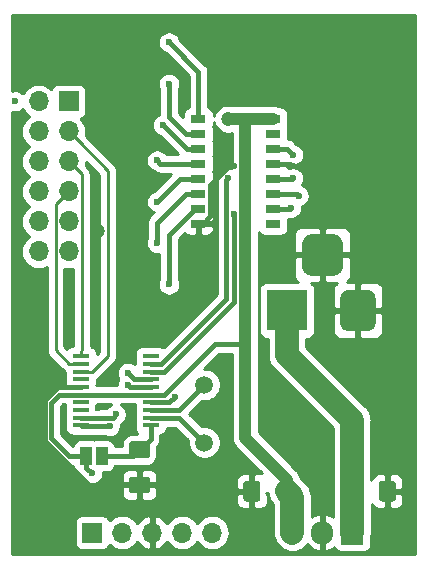
<source format=gbr>
G04 #@! TF.GenerationSoftware,KiCad,Pcbnew,(5.1.4)-1*
G04 #@! TF.CreationDate,2019-11-16T21:39:15+01:00*
G04 #@! TF.ProjectId,LEDClockControl,4c454443-6c6f-4636-9b43-6f6e74726f6c,rev?*
G04 #@! TF.SameCoordinates,Original*
G04 #@! TF.FileFunction,Copper,L1,Top*
G04 #@! TF.FilePolarity,Positive*
%FSLAX46Y46*%
G04 Gerber Fmt 4.6, Leading zero omitted, Abs format (unit mm)*
G04 Created by KiCad (PCBNEW (5.1.4)-1) date 2019-11-16 21:39:15*
%MOMM*%
%LPD*%
G04 APERTURE LIST*
%ADD10C,0.100000*%
%ADD11C,1.425000*%
%ADD12R,1.700000X1.700000*%
%ADD13O,1.700000X1.700000*%
%ADD14R,1.000000X1.500000*%
%ADD15R,1.905000X2.000000*%
%ADD16O,1.905000X2.000000*%
%ADD17R,1.450000X0.450000*%
%ADD18R,1.300000X0.800000*%
%ADD19C,1.500000*%
%ADD20R,3.500000X3.500000*%
%ADD21C,3.000000*%
%ADD22C,3.500000*%
%ADD23C,0.600000*%
%ADD24C,1.200000*%
%ADD25C,0.400000*%
%ADD26C,2.000000*%
%ADD27C,1.000000*%
%ADD28C,0.250000*%
%ADD29C,0.254000*%
G04 APERTURE END LIST*
D10*
G36*
X184474504Y-127126204D02*
G01*
X184498773Y-127129804D01*
X184522571Y-127135765D01*
X184545671Y-127144030D01*
X184567849Y-127154520D01*
X184588893Y-127167133D01*
X184608598Y-127181747D01*
X184626777Y-127198223D01*
X184643253Y-127216402D01*
X184657867Y-127236107D01*
X184670480Y-127257151D01*
X184680970Y-127279329D01*
X184689235Y-127302429D01*
X184695196Y-127326227D01*
X184698796Y-127350496D01*
X184700000Y-127375000D01*
X184700000Y-128625000D01*
X184698796Y-128649504D01*
X184695196Y-128673773D01*
X184689235Y-128697571D01*
X184680970Y-128720671D01*
X184670480Y-128742849D01*
X184657867Y-128763893D01*
X184643253Y-128783598D01*
X184626777Y-128801777D01*
X184608598Y-128818253D01*
X184588893Y-128832867D01*
X184567849Y-128845480D01*
X184545671Y-128855970D01*
X184522571Y-128864235D01*
X184498773Y-128870196D01*
X184474504Y-128873796D01*
X184450000Y-128875000D01*
X183525000Y-128875000D01*
X183500496Y-128873796D01*
X183476227Y-128870196D01*
X183452429Y-128864235D01*
X183429329Y-128855970D01*
X183407151Y-128845480D01*
X183386107Y-128832867D01*
X183366402Y-128818253D01*
X183348223Y-128801777D01*
X183331747Y-128783598D01*
X183317133Y-128763893D01*
X183304520Y-128742849D01*
X183294030Y-128720671D01*
X183285765Y-128697571D01*
X183279804Y-128673773D01*
X183276204Y-128649504D01*
X183275000Y-128625000D01*
X183275000Y-127375000D01*
X183276204Y-127350496D01*
X183279804Y-127326227D01*
X183285765Y-127302429D01*
X183294030Y-127279329D01*
X183304520Y-127257151D01*
X183317133Y-127236107D01*
X183331747Y-127216402D01*
X183348223Y-127198223D01*
X183366402Y-127181747D01*
X183386107Y-127167133D01*
X183407151Y-127154520D01*
X183429329Y-127144030D01*
X183452429Y-127135765D01*
X183476227Y-127129804D01*
X183500496Y-127126204D01*
X183525000Y-127125000D01*
X184450000Y-127125000D01*
X184474504Y-127126204D01*
X184474504Y-127126204D01*
G37*
D11*
X183987500Y-128000000D03*
D10*
G36*
X181499504Y-127126204D02*
G01*
X181523773Y-127129804D01*
X181547571Y-127135765D01*
X181570671Y-127144030D01*
X181592849Y-127154520D01*
X181613893Y-127167133D01*
X181633598Y-127181747D01*
X181651777Y-127198223D01*
X181668253Y-127216402D01*
X181682867Y-127236107D01*
X181695480Y-127257151D01*
X181705970Y-127279329D01*
X181714235Y-127302429D01*
X181720196Y-127326227D01*
X181723796Y-127350496D01*
X181725000Y-127375000D01*
X181725000Y-128625000D01*
X181723796Y-128649504D01*
X181720196Y-128673773D01*
X181714235Y-128697571D01*
X181705970Y-128720671D01*
X181695480Y-128742849D01*
X181682867Y-128763893D01*
X181668253Y-128783598D01*
X181651777Y-128801777D01*
X181633598Y-128818253D01*
X181613893Y-128832867D01*
X181592849Y-128845480D01*
X181570671Y-128855970D01*
X181547571Y-128864235D01*
X181523773Y-128870196D01*
X181499504Y-128873796D01*
X181475000Y-128875000D01*
X180550000Y-128875000D01*
X180525496Y-128873796D01*
X180501227Y-128870196D01*
X180477429Y-128864235D01*
X180454329Y-128855970D01*
X180432151Y-128845480D01*
X180411107Y-128832867D01*
X180391402Y-128818253D01*
X180373223Y-128801777D01*
X180356747Y-128783598D01*
X180342133Y-128763893D01*
X180329520Y-128742849D01*
X180319030Y-128720671D01*
X180310765Y-128697571D01*
X180304804Y-128673773D01*
X180301204Y-128649504D01*
X180300000Y-128625000D01*
X180300000Y-127375000D01*
X180301204Y-127350496D01*
X180304804Y-127326227D01*
X180310765Y-127302429D01*
X180319030Y-127279329D01*
X180329520Y-127257151D01*
X180342133Y-127236107D01*
X180356747Y-127216402D01*
X180373223Y-127198223D01*
X180391402Y-127181747D01*
X180411107Y-127167133D01*
X180432151Y-127154520D01*
X180454329Y-127144030D01*
X180477429Y-127135765D01*
X180501227Y-127129804D01*
X180525496Y-127126204D01*
X180550000Y-127125000D01*
X181475000Y-127125000D01*
X181499504Y-127126204D01*
X181499504Y-127126204D01*
G37*
D11*
X181012500Y-128000000D03*
D10*
G36*
X175987004Y-127126204D02*
G01*
X176011273Y-127129804D01*
X176035071Y-127135765D01*
X176058171Y-127144030D01*
X176080349Y-127154520D01*
X176101393Y-127167133D01*
X176121098Y-127181747D01*
X176139277Y-127198223D01*
X176155753Y-127216402D01*
X176170367Y-127236107D01*
X176182980Y-127257151D01*
X176193470Y-127279329D01*
X176201735Y-127302429D01*
X176207696Y-127326227D01*
X176211296Y-127350496D01*
X176212500Y-127375000D01*
X176212500Y-128625000D01*
X176211296Y-128649504D01*
X176207696Y-128673773D01*
X176201735Y-128697571D01*
X176193470Y-128720671D01*
X176182980Y-128742849D01*
X176170367Y-128763893D01*
X176155753Y-128783598D01*
X176139277Y-128801777D01*
X176121098Y-128818253D01*
X176101393Y-128832867D01*
X176080349Y-128845480D01*
X176058171Y-128855970D01*
X176035071Y-128864235D01*
X176011273Y-128870196D01*
X175987004Y-128873796D01*
X175962500Y-128875000D01*
X175037500Y-128875000D01*
X175012996Y-128873796D01*
X174988727Y-128870196D01*
X174964929Y-128864235D01*
X174941829Y-128855970D01*
X174919651Y-128845480D01*
X174898607Y-128832867D01*
X174878902Y-128818253D01*
X174860723Y-128801777D01*
X174844247Y-128783598D01*
X174829633Y-128763893D01*
X174817020Y-128742849D01*
X174806530Y-128720671D01*
X174798265Y-128697571D01*
X174792304Y-128673773D01*
X174788704Y-128649504D01*
X174787500Y-128625000D01*
X174787500Y-127375000D01*
X174788704Y-127350496D01*
X174792304Y-127326227D01*
X174798265Y-127302429D01*
X174806530Y-127279329D01*
X174817020Y-127257151D01*
X174829633Y-127236107D01*
X174844247Y-127216402D01*
X174860723Y-127198223D01*
X174878902Y-127181747D01*
X174898607Y-127167133D01*
X174919651Y-127154520D01*
X174941829Y-127144030D01*
X174964929Y-127135765D01*
X174988727Y-127129804D01*
X175012996Y-127126204D01*
X175037500Y-127125000D01*
X175962500Y-127125000D01*
X175987004Y-127126204D01*
X175987004Y-127126204D01*
G37*
D11*
X175500000Y-128000000D03*
D10*
G36*
X173012004Y-127126204D02*
G01*
X173036273Y-127129804D01*
X173060071Y-127135765D01*
X173083171Y-127144030D01*
X173105349Y-127154520D01*
X173126393Y-127167133D01*
X173146098Y-127181747D01*
X173164277Y-127198223D01*
X173180753Y-127216402D01*
X173195367Y-127236107D01*
X173207980Y-127257151D01*
X173218470Y-127279329D01*
X173226735Y-127302429D01*
X173232696Y-127326227D01*
X173236296Y-127350496D01*
X173237500Y-127375000D01*
X173237500Y-128625000D01*
X173236296Y-128649504D01*
X173232696Y-128673773D01*
X173226735Y-128697571D01*
X173218470Y-128720671D01*
X173207980Y-128742849D01*
X173195367Y-128763893D01*
X173180753Y-128783598D01*
X173164277Y-128801777D01*
X173146098Y-128818253D01*
X173126393Y-128832867D01*
X173105349Y-128845480D01*
X173083171Y-128855970D01*
X173060071Y-128864235D01*
X173036273Y-128870196D01*
X173012004Y-128873796D01*
X172987500Y-128875000D01*
X172062500Y-128875000D01*
X172037996Y-128873796D01*
X172013727Y-128870196D01*
X171989929Y-128864235D01*
X171966829Y-128855970D01*
X171944651Y-128845480D01*
X171923607Y-128832867D01*
X171903902Y-128818253D01*
X171885723Y-128801777D01*
X171869247Y-128783598D01*
X171854633Y-128763893D01*
X171842020Y-128742849D01*
X171831530Y-128720671D01*
X171823265Y-128697571D01*
X171817304Y-128673773D01*
X171813704Y-128649504D01*
X171812500Y-128625000D01*
X171812500Y-127375000D01*
X171813704Y-127350496D01*
X171817304Y-127326227D01*
X171823265Y-127302429D01*
X171831530Y-127279329D01*
X171842020Y-127257151D01*
X171854633Y-127236107D01*
X171869247Y-127216402D01*
X171885723Y-127198223D01*
X171903902Y-127181747D01*
X171923607Y-127167133D01*
X171944651Y-127154520D01*
X171966829Y-127144030D01*
X171989929Y-127135765D01*
X172013727Y-127129804D01*
X172037996Y-127126204D01*
X172062500Y-127125000D01*
X172987500Y-127125000D01*
X173012004Y-127126204D01*
X173012004Y-127126204D01*
G37*
D11*
X172525000Y-128000000D03*
D12*
X157000000Y-95000000D03*
D13*
X154460000Y-95000000D03*
X157000000Y-97540000D03*
X154460000Y-97540000D03*
X157000000Y-100080000D03*
X154460000Y-100080000D03*
X157000000Y-102620000D03*
X154460000Y-102620000D03*
X157000000Y-105160000D03*
X154460000Y-105160000D03*
X157000000Y-107700000D03*
X154460000Y-107700000D03*
D12*
X159000000Y-131500000D03*
D13*
X161540000Y-131500000D03*
X164080000Y-131500000D03*
X166620000Y-131500000D03*
X169160000Y-131500000D03*
D14*
X159800000Y-125000000D03*
X158500000Y-125000000D03*
D10*
G36*
X163649504Y-123788704D02*
G01*
X163673773Y-123792304D01*
X163697571Y-123798265D01*
X163720671Y-123806530D01*
X163742849Y-123817020D01*
X163763893Y-123829633D01*
X163783598Y-123844247D01*
X163801777Y-123860723D01*
X163818253Y-123878902D01*
X163832867Y-123898607D01*
X163845480Y-123919651D01*
X163855970Y-123941829D01*
X163864235Y-123964929D01*
X163870196Y-123988727D01*
X163873796Y-124012996D01*
X163875000Y-124037500D01*
X163875000Y-124962500D01*
X163873796Y-124987004D01*
X163870196Y-125011273D01*
X163864235Y-125035071D01*
X163855970Y-125058171D01*
X163845480Y-125080349D01*
X163832867Y-125101393D01*
X163818253Y-125121098D01*
X163801777Y-125139277D01*
X163783598Y-125155753D01*
X163763893Y-125170367D01*
X163742849Y-125182980D01*
X163720671Y-125193470D01*
X163697571Y-125201735D01*
X163673773Y-125207696D01*
X163649504Y-125211296D01*
X163625000Y-125212500D01*
X162375000Y-125212500D01*
X162350496Y-125211296D01*
X162326227Y-125207696D01*
X162302429Y-125201735D01*
X162279329Y-125193470D01*
X162257151Y-125182980D01*
X162236107Y-125170367D01*
X162216402Y-125155753D01*
X162198223Y-125139277D01*
X162181747Y-125121098D01*
X162167133Y-125101393D01*
X162154520Y-125080349D01*
X162144030Y-125058171D01*
X162135765Y-125035071D01*
X162129804Y-125011273D01*
X162126204Y-124987004D01*
X162125000Y-124962500D01*
X162125000Y-124037500D01*
X162126204Y-124012996D01*
X162129804Y-123988727D01*
X162135765Y-123964929D01*
X162144030Y-123941829D01*
X162154520Y-123919651D01*
X162167133Y-123898607D01*
X162181747Y-123878902D01*
X162198223Y-123860723D01*
X162216402Y-123844247D01*
X162236107Y-123829633D01*
X162257151Y-123817020D01*
X162279329Y-123806530D01*
X162302429Y-123798265D01*
X162326227Y-123792304D01*
X162350496Y-123788704D01*
X162375000Y-123787500D01*
X163625000Y-123787500D01*
X163649504Y-123788704D01*
X163649504Y-123788704D01*
G37*
D11*
X163000000Y-124500000D03*
D10*
G36*
X163649504Y-126763704D02*
G01*
X163673773Y-126767304D01*
X163697571Y-126773265D01*
X163720671Y-126781530D01*
X163742849Y-126792020D01*
X163763893Y-126804633D01*
X163783598Y-126819247D01*
X163801777Y-126835723D01*
X163818253Y-126853902D01*
X163832867Y-126873607D01*
X163845480Y-126894651D01*
X163855970Y-126916829D01*
X163864235Y-126939929D01*
X163870196Y-126963727D01*
X163873796Y-126987996D01*
X163875000Y-127012500D01*
X163875000Y-127937500D01*
X163873796Y-127962004D01*
X163870196Y-127986273D01*
X163864235Y-128010071D01*
X163855970Y-128033171D01*
X163845480Y-128055349D01*
X163832867Y-128076393D01*
X163818253Y-128096098D01*
X163801777Y-128114277D01*
X163783598Y-128130753D01*
X163763893Y-128145367D01*
X163742849Y-128157980D01*
X163720671Y-128168470D01*
X163697571Y-128176735D01*
X163673773Y-128182696D01*
X163649504Y-128186296D01*
X163625000Y-128187500D01*
X162375000Y-128187500D01*
X162350496Y-128186296D01*
X162326227Y-128182696D01*
X162302429Y-128176735D01*
X162279329Y-128168470D01*
X162257151Y-128157980D01*
X162236107Y-128145367D01*
X162216402Y-128130753D01*
X162198223Y-128114277D01*
X162181747Y-128096098D01*
X162167133Y-128076393D01*
X162154520Y-128055349D01*
X162144030Y-128033171D01*
X162135765Y-128010071D01*
X162129804Y-127986273D01*
X162126204Y-127962004D01*
X162125000Y-127937500D01*
X162125000Y-127012500D01*
X162126204Y-126987996D01*
X162129804Y-126963727D01*
X162135765Y-126939929D01*
X162144030Y-126916829D01*
X162154520Y-126894651D01*
X162167133Y-126873607D01*
X162181747Y-126853902D01*
X162198223Y-126835723D01*
X162216402Y-126819247D01*
X162236107Y-126804633D01*
X162257151Y-126792020D01*
X162279329Y-126781530D01*
X162302429Y-126773265D01*
X162326227Y-126767304D01*
X162350496Y-126763704D01*
X162375000Y-126762500D01*
X163625000Y-126762500D01*
X163649504Y-126763704D01*
X163649504Y-126763704D01*
G37*
D11*
X163000000Y-127475000D03*
D15*
X181040000Y-131500000D03*
D16*
X178500000Y-131500000D03*
X175960000Y-131500000D03*
D17*
X163950000Y-122425000D03*
X163950000Y-121775000D03*
X163950000Y-121125000D03*
X163950000Y-120475000D03*
X163950000Y-119825000D03*
X163950000Y-119175000D03*
X163950000Y-118525000D03*
X163950000Y-117875000D03*
X163950000Y-117225000D03*
X163950000Y-116575000D03*
X158050000Y-116575000D03*
X158050000Y-117225000D03*
X158050000Y-117875000D03*
X158050000Y-118525000D03*
X158050000Y-119175000D03*
X158050000Y-119825000D03*
X158050000Y-120475000D03*
X158050000Y-121125000D03*
X158050000Y-121775000D03*
X158050000Y-122425000D03*
D18*
X168000000Y-96460000D03*
X168000000Y-97740000D03*
X168000000Y-99000000D03*
X168000000Y-100270000D03*
X168000000Y-101550000D03*
X168000000Y-102820000D03*
X168000000Y-104080000D03*
X168000000Y-105360000D03*
X174300000Y-105360000D03*
X174300000Y-104080000D03*
X174300000Y-102820000D03*
X174300000Y-101550000D03*
X174300000Y-100270000D03*
X174300000Y-99000000D03*
X174300000Y-97740000D03*
X174300000Y-96460000D03*
D19*
X168500000Y-123880000D03*
X168500000Y-119000000D03*
D20*
X175500000Y-112700000D03*
D10*
G36*
X182323513Y-110953611D02*
G01*
X182396318Y-110964411D01*
X182467714Y-110982295D01*
X182537013Y-111007090D01*
X182603548Y-111038559D01*
X182666678Y-111076398D01*
X182725795Y-111120242D01*
X182780330Y-111169670D01*
X182829758Y-111224205D01*
X182873602Y-111283322D01*
X182911441Y-111346452D01*
X182942910Y-111412987D01*
X182967705Y-111482286D01*
X182985589Y-111553682D01*
X182996389Y-111626487D01*
X183000000Y-111700000D01*
X183000000Y-113700000D01*
X182996389Y-113773513D01*
X182985589Y-113846318D01*
X182967705Y-113917714D01*
X182942910Y-113987013D01*
X182911441Y-114053548D01*
X182873602Y-114116678D01*
X182829758Y-114175795D01*
X182780330Y-114230330D01*
X182725795Y-114279758D01*
X182666678Y-114323602D01*
X182603548Y-114361441D01*
X182537013Y-114392910D01*
X182467714Y-114417705D01*
X182396318Y-114435589D01*
X182323513Y-114446389D01*
X182250000Y-114450000D01*
X180750000Y-114450000D01*
X180676487Y-114446389D01*
X180603682Y-114435589D01*
X180532286Y-114417705D01*
X180462987Y-114392910D01*
X180396452Y-114361441D01*
X180333322Y-114323602D01*
X180274205Y-114279758D01*
X180219670Y-114230330D01*
X180170242Y-114175795D01*
X180126398Y-114116678D01*
X180088559Y-114053548D01*
X180057090Y-113987013D01*
X180032295Y-113917714D01*
X180014411Y-113846318D01*
X180003611Y-113773513D01*
X180000000Y-113700000D01*
X180000000Y-111700000D01*
X180003611Y-111626487D01*
X180014411Y-111553682D01*
X180032295Y-111482286D01*
X180057090Y-111412987D01*
X180088559Y-111346452D01*
X180126398Y-111283322D01*
X180170242Y-111224205D01*
X180219670Y-111169670D01*
X180274205Y-111120242D01*
X180333322Y-111076398D01*
X180396452Y-111038559D01*
X180462987Y-111007090D01*
X180532286Y-110982295D01*
X180603682Y-110964411D01*
X180676487Y-110953611D01*
X180750000Y-110950000D01*
X182250000Y-110950000D01*
X182323513Y-110953611D01*
X182323513Y-110953611D01*
G37*
D21*
X181500000Y-112700000D03*
D10*
G36*
X179460765Y-106254213D02*
G01*
X179545704Y-106266813D01*
X179628999Y-106287677D01*
X179709848Y-106316605D01*
X179787472Y-106353319D01*
X179861124Y-106397464D01*
X179930094Y-106448616D01*
X179993718Y-106506282D01*
X180051384Y-106569906D01*
X180102536Y-106638876D01*
X180146681Y-106712528D01*
X180183395Y-106790152D01*
X180212323Y-106871001D01*
X180233187Y-106954296D01*
X180245787Y-107039235D01*
X180250000Y-107125000D01*
X180250000Y-108875000D01*
X180245787Y-108960765D01*
X180233187Y-109045704D01*
X180212323Y-109128999D01*
X180183395Y-109209848D01*
X180146681Y-109287472D01*
X180102536Y-109361124D01*
X180051384Y-109430094D01*
X179993718Y-109493718D01*
X179930094Y-109551384D01*
X179861124Y-109602536D01*
X179787472Y-109646681D01*
X179709848Y-109683395D01*
X179628999Y-109712323D01*
X179545704Y-109733187D01*
X179460765Y-109745787D01*
X179375000Y-109750000D01*
X177625000Y-109750000D01*
X177539235Y-109745787D01*
X177454296Y-109733187D01*
X177371001Y-109712323D01*
X177290152Y-109683395D01*
X177212528Y-109646681D01*
X177138876Y-109602536D01*
X177069906Y-109551384D01*
X177006282Y-109493718D01*
X176948616Y-109430094D01*
X176897464Y-109361124D01*
X176853319Y-109287472D01*
X176816605Y-109209848D01*
X176787677Y-109128999D01*
X176766813Y-109045704D01*
X176754213Y-108960765D01*
X176750000Y-108875000D01*
X176750000Y-107125000D01*
X176754213Y-107039235D01*
X176766813Y-106954296D01*
X176787677Y-106871001D01*
X176816605Y-106790152D01*
X176853319Y-106712528D01*
X176897464Y-106638876D01*
X176948616Y-106569906D01*
X177006282Y-106506282D01*
X177069906Y-106448616D01*
X177138876Y-106397464D01*
X177212528Y-106353319D01*
X177290152Y-106316605D01*
X177371001Y-106287677D01*
X177454296Y-106266813D01*
X177539235Y-106254213D01*
X177625000Y-106250000D01*
X179375000Y-106250000D01*
X179460765Y-106254213D01*
X179460765Y-106254213D01*
G37*
D22*
X178500000Y-108000000D03*
D23*
X152500000Y-95000000D03*
D24*
X159500000Y-106000000D03*
D23*
X176000000Y-100500000D03*
X171000000Y-100500000D03*
X162000000Y-114500000D03*
X152500000Y-112500000D03*
X152500000Y-115000000D03*
X152500000Y-117500000D03*
X152500000Y-120000000D03*
X152500000Y-122500000D03*
X152500000Y-125000000D03*
X152500000Y-127500000D03*
X152500000Y-130000000D03*
X152500000Y-132500000D03*
X155000000Y-132500000D03*
X155000000Y-130000000D03*
X155000000Y-127500000D03*
X155000000Y-125000000D03*
X155000000Y-117500000D03*
X164000000Y-115000000D03*
X160500000Y-118500000D03*
X157000000Y-113500000D03*
X157000000Y-112000000D03*
X157000000Y-115000000D03*
X156500000Y-122000000D03*
X157500000Y-123500000D03*
X162500000Y-121000000D03*
X159500000Y-121000000D03*
X164500000Y-126000000D03*
X168000000Y-126000000D03*
X170000000Y-128500000D03*
X172500000Y-131500000D03*
X178000000Y-126000000D03*
X178000000Y-124000000D03*
X176000000Y-121500000D03*
X174500000Y-122000000D03*
X174000000Y-120000000D03*
X176000000Y-124000000D03*
X184000000Y-131500000D03*
X186000000Y-131500000D03*
X159500000Y-115000000D03*
X159500000Y-114000000D03*
X159500000Y-113000000D03*
X152500000Y-110000000D03*
X152500000Y-107500000D03*
X152500000Y-105000000D03*
X152500000Y-102500000D03*
X152500000Y-100000000D03*
X152500000Y-97500000D03*
X152500000Y-92500000D03*
X152500000Y-90000000D03*
X153000000Y-88000000D03*
X155500000Y-88000000D03*
X158000000Y-88000000D03*
X160500000Y-88000000D03*
X163000000Y-88000000D03*
X165500000Y-88000000D03*
X168000000Y-88000000D03*
X170500000Y-88000000D03*
X173000000Y-88000000D03*
X175500000Y-88000000D03*
X178000000Y-88000000D03*
X180500000Y-88000000D03*
X183000000Y-88000000D03*
X185500000Y-88000000D03*
X185000000Y-125000000D03*
X185000000Y-122500000D03*
X185000000Y-120000000D03*
X185000000Y-117500000D03*
X185000000Y-115000000D03*
X185000000Y-112500000D03*
X185000000Y-110000000D03*
X185000000Y-107500000D03*
X185000000Y-105000000D03*
X185000000Y-102500000D03*
X185000000Y-100000000D03*
X185000000Y-97500000D03*
X185000000Y-95000000D03*
X185000000Y-92500000D03*
X185000000Y-90000000D03*
X182500000Y-90000000D03*
X180000000Y-90000000D03*
X177500000Y-90000000D03*
X175000000Y-90000000D03*
X172500000Y-90000000D03*
X170000000Y-90000000D03*
X172500000Y-92500000D03*
X175000000Y-92500000D03*
X177500000Y-92500000D03*
X180000000Y-92500000D03*
X182500000Y-92500000D03*
X182500000Y-95000000D03*
X180000000Y-95000000D03*
X177500000Y-95000000D03*
X180000000Y-97500000D03*
X182500000Y-97500000D03*
X182500000Y-100000000D03*
X180000000Y-100000000D03*
X180000000Y-102500000D03*
X182500000Y-102500000D03*
X182500000Y-105000000D03*
X182500000Y-107500000D03*
X182500000Y-117500000D03*
X180000000Y-117500000D03*
X155000000Y-90000000D03*
D24*
X170500000Y-96500000D03*
D23*
X159000000Y-126500000D03*
X165500000Y-90000000D03*
X165500000Y-93500000D03*
X165000000Y-97000000D03*
X164500000Y-100000000D03*
X164500000Y-103500000D03*
X164500000Y-107000000D03*
X165500000Y-110500000D03*
X160500000Y-122500000D03*
X161000000Y-121500000D03*
X166000000Y-120000000D03*
X162000000Y-119000000D03*
X176000000Y-99500000D03*
X162000000Y-118000000D03*
X176500000Y-103000014D03*
X171000000Y-104500000D03*
X175873000Y-104000000D03*
X170500000Y-101500000D03*
X176000000Y-101500000D03*
D25*
X166395000Y-121775000D02*
X168500000Y-123880000D01*
X163950000Y-121775000D02*
X166395000Y-121775000D01*
X156079696Y-119175000D02*
X154972991Y-120281705D01*
X158050000Y-119175000D02*
X156079696Y-119175000D01*
X162025000Y-127475000D02*
X163000000Y-127475000D01*
X158729696Y-127475000D02*
X162025000Y-127475000D01*
X154972991Y-123718295D02*
X158729696Y-127475000D01*
X154972991Y-120281705D02*
X154972991Y-123718295D01*
X174300000Y-100270000D02*
X175770000Y-100270000D01*
X175770000Y-100270000D02*
X176000000Y-100500000D01*
X170572038Y-100500000D02*
X171000000Y-100500000D01*
X168977001Y-102095037D02*
X170572038Y-100500000D01*
X168977001Y-104741601D02*
X168977001Y-102095037D01*
X168000000Y-105360000D02*
X168358602Y-105360000D01*
X168358602Y-105360000D02*
X168977001Y-104741601D01*
X166375000Y-121125000D02*
X163950000Y-121125000D01*
X168500000Y-119000000D02*
X166375000Y-121125000D01*
D26*
X181040000Y-128027500D02*
X181012500Y-128000000D01*
X181040000Y-131500000D02*
X181040000Y-128027500D01*
X181012500Y-121962500D02*
X181012500Y-128000000D01*
X175500000Y-112700000D02*
X175500000Y-116450000D01*
X175500000Y-116450000D02*
X181012500Y-121962500D01*
D25*
X158050000Y-119825000D02*
X163950000Y-119825000D01*
X157000000Y-125000000D02*
X158500000Y-125000000D01*
X155500000Y-123500000D02*
X157000000Y-125000000D01*
X155500000Y-120500000D02*
X155500000Y-123500000D01*
X158050000Y-119825000D02*
X156175000Y-119825000D01*
X156175000Y-119825000D02*
X155500000Y-120500000D01*
D26*
X175960000Y-128460000D02*
X175500000Y-128000000D01*
X175960000Y-131500000D02*
X175960000Y-128460000D01*
D27*
X175500000Y-128000000D02*
X175500000Y-127025000D01*
X175500000Y-127025000D02*
X171960000Y-123485000D01*
X170540000Y-96460000D02*
X170500000Y-96500000D01*
X171960000Y-98500000D02*
X171960000Y-96460000D01*
X174300000Y-96460000D02*
X171960000Y-96460000D01*
X171960000Y-96460000D02*
X170540000Y-96460000D01*
D25*
X169360000Y-115540000D02*
X171960000Y-115540000D01*
X165075000Y-119825000D02*
X169360000Y-115540000D01*
X163950000Y-119825000D02*
X165075000Y-119825000D01*
D27*
X171960000Y-123485000D02*
X171960000Y-115540000D01*
X171960000Y-115540000D02*
X171960000Y-98500000D01*
D25*
X158500000Y-126000000D02*
X158500000Y-125000000D01*
X159000000Y-126500000D02*
X158500000Y-126000000D01*
X168000000Y-96460000D02*
X168000000Y-92500000D01*
X168000000Y-92500000D02*
X165500000Y-90000000D01*
D28*
X157849999Y-98389999D02*
X157000000Y-97540000D01*
X160352001Y-100892001D02*
X157849999Y-98389999D01*
X160352001Y-116547999D02*
X160352001Y-100892001D01*
X159025000Y-117875000D02*
X160352001Y-116547999D01*
X158050000Y-117875000D02*
X159025000Y-117875000D01*
D25*
X166950000Y-97740000D02*
X168000000Y-97740000D01*
X165500000Y-96290000D02*
X166950000Y-97740000D01*
X165500000Y-93500000D02*
X165500000Y-96290000D01*
D28*
X158050000Y-116100000D02*
X158050000Y-116575000D01*
X158102001Y-116047999D02*
X158050000Y-116100000D01*
X158102001Y-101182001D02*
X158102001Y-116047999D01*
X157000000Y-100080000D02*
X158102001Y-101182001D01*
D25*
X167000000Y-99000000D02*
X168000000Y-99000000D01*
X165000000Y-97000000D02*
X167000000Y-99000000D01*
D28*
X157075000Y-117225000D02*
X158050000Y-117225000D01*
X155897999Y-116047999D02*
X157075000Y-117225000D01*
X157000000Y-102620000D02*
X155897999Y-103722001D01*
X155897999Y-103722001D02*
X155897999Y-116047999D01*
D25*
X164770000Y-100270000D02*
X164500000Y-100000000D01*
X168000000Y-100270000D02*
X164770000Y-100270000D01*
X166450000Y-101550000D02*
X168000000Y-101550000D01*
X164500000Y-103500000D02*
X166450000Y-101550000D01*
X164500000Y-105270000D02*
X164500000Y-107000000D01*
X168000000Y-102820000D02*
X166950000Y-102820000D01*
X166950000Y-102820000D02*
X164500000Y-105270000D01*
X165500000Y-106330000D02*
X165500000Y-110500000D01*
X168000000Y-104080000D02*
X167750000Y-104080000D01*
X167750000Y-104080000D02*
X165500000Y-106330000D01*
X158125000Y-122500000D02*
X158050000Y-122425000D01*
X160500000Y-122500000D02*
X158125000Y-122500000D01*
X160725000Y-121775000D02*
X158050000Y-121775000D01*
X161000000Y-121500000D02*
X160725000Y-121775000D01*
X165525000Y-120475000D02*
X163950000Y-120475000D01*
X166000000Y-120000000D02*
X165525000Y-120475000D01*
X162500000Y-125000000D02*
X163000000Y-124500000D01*
X159800000Y-125000000D02*
X162500000Y-125000000D01*
X163950000Y-123550000D02*
X163000000Y-124500000D01*
X163950000Y-122425000D02*
X163950000Y-123550000D01*
X163950000Y-119175000D02*
X162175000Y-119175000D01*
X162175000Y-119175000D02*
X162000000Y-119000000D01*
X175500000Y-99000000D02*
X176000000Y-99500000D01*
X174300000Y-99000000D02*
X175500000Y-99000000D01*
X163950000Y-118525000D02*
X162525000Y-118525000D01*
X162525000Y-118525000D02*
X162000000Y-118000000D01*
X174300000Y-102820000D02*
X176319986Y-102820000D01*
X176319986Y-102820000D02*
X176500000Y-103000014D01*
X171000000Y-111950000D02*
X171000000Y-104500000D01*
X163950000Y-117875000D02*
X165075000Y-117875000D01*
X165075000Y-117875000D02*
X171000000Y-111950000D01*
X175793000Y-104080000D02*
X175873000Y-104000000D01*
X174300000Y-104080000D02*
X175793000Y-104080000D01*
X170372999Y-101627001D02*
X170500000Y-101500000D01*
X170372999Y-111690603D02*
X170372999Y-101627001D01*
X163950000Y-117225000D02*
X164838602Y-117225000D01*
X164838602Y-117225000D02*
X170372999Y-111690603D01*
X175950000Y-101550000D02*
X176000000Y-101500000D01*
X174300000Y-101550000D02*
X175950000Y-101550000D01*
D29*
G36*
X186315000Y-133315000D02*
G01*
X152185000Y-133315000D01*
X152185000Y-130650000D01*
X157511928Y-130650000D01*
X157511928Y-132350000D01*
X157524188Y-132474482D01*
X157560498Y-132594180D01*
X157619463Y-132704494D01*
X157698815Y-132801185D01*
X157795506Y-132880537D01*
X157905820Y-132939502D01*
X158025518Y-132975812D01*
X158150000Y-132988072D01*
X159850000Y-132988072D01*
X159974482Y-132975812D01*
X160094180Y-132939502D01*
X160204494Y-132880537D01*
X160301185Y-132801185D01*
X160380537Y-132704494D01*
X160439502Y-132594180D01*
X160460393Y-132525313D01*
X160484866Y-132555134D01*
X160710986Y-132740706D01*
X160968966Y-132878599D01*
X161248889Y-132963513D01*
X161467050Y-132985000D01*
X161612950Y-132985000D01*
X161831111Y-132963513D01*
X162111034Y-132878599D01*
X162369014Y-132740706D01*
X162595134Y-132555134D01*
X162780706Y-132329014D01*
X162815201Y-132264477D01*
X162884822Y-132381355D01*
X163079731Y-132597588D01*
X163313080Y-132771641D01*
X163575901Y-132896825D01*
X163723110Y-132941476D01*
X163953000Y-132820155D01*
X163953000Y-131627000D01*
X163933000Y-131627000D01*
X163933000Y-131373000D01*
X163953000Y-131373000D01*
X163953000Y-130179845D01*
X164207000Y-130179845D01*
X164207000Y-131373000D01*
X164227000Y-131373000D01*
X164227000Y-131627000D01*
X164207000Y-131627000D01*
X164207000Y-132820155D01*
X164436890Y-132941476D01*
X164584099Y-132896825D01*
X164846920Y-132771641D01*
X165080269Y-132597588D01*
X165275178Y-132381355D01*
X165344799Y-132264477D01*
X165379294Y-132329014D01*
X165564866Y-132555134D01*
X165790986Y-132740706D01*
X166048966Y-132878599D01*
X166328889Y-132963513D01*
X166547050Y-132985000D01*
X166692950Y-132985000D01*
X166911111Y-132963513D01*
X167191034Y-132878599D01*
X167449014Y-132740706D01*
X167675134Y-132555134D01*
X167860706Y-132329014D01*
X167890000Y-132274209D01*
X167919294Y-132329014D01*
X168104866Y-132555134D01*
X168330986Y-132740706D01*
X168588966Y-132878599D01*
X168868889Y-132963513D01*
X169087050Y-132985000D01*
X169232950Y-132985000D01*
X169451111Y-132963513D01*
X169731034Y-132878599D01*
X169989014Y-132740706D01*
X170215134Y-132555134D01*
X170400706Y-132329014D01*
X170538599Y-132071034D01*
X170623513Y-131791111D01*
X170652185Y-131500000D01*
X170623513Y-131208889D01*
X170538599Y-130928966D01*
X170400706Y-130670986D01*
X170215134Y-130444866D01*
X169989014Y-130259294D01*
X169731034Y-130121401D01*
X169451111Y-130036487D01*
X169232950Y-130015000D01*
X169087050Y-130015000D01*
X168868889Y-130036487D01*
X168588966Y-130121401D01*
X168330986Y-130259294D01*
X168104866Y-130444866D01*
X167919294Y-130670986D01*
X167890000Y-130725791D01*
X167860706Y-130670986D01*
X167675134Y-130444866D01*
X167449014Y-130259294D01*
X167191034Y-130121401D01*
X166911111Y-130036487D01*
X166692950Y-130015000D01*
X166547050Y-130015000D01*
X166328889Y-130036487D01*
X166048966Y-130121401D01*
X165790986Y-130259294D01*
X165564866Y-130444866D01*
X165379294Y-130670986D01*
X165344799Y-130735523D01*
X165275178Y-130618645D01*
X165080269Y-130402412D01*
X164846920Y-130228359D01*
X164584099Y-130103175D01*
X164436890Y-130058524D01*
X164207000Y-130179845D01*
X163953000Y-130179845D01*
X163723110Y-130058524D01*
X163575901Y-130103175D01*
X163313080Y-130228359D01*
X163079731Y-130402412D01*
X162884822Y-130618645D01*
X162815201Y-130735523D01*
X162780706Y-130670986D01*
X162595134Y-130444866D01*
X162369014Y-130259294D01*
X162111034Y-130121401D01*
X161831111Y-130036487D01*
X161612950Y-130015000D01*
X161467050Y-130015000D01*
X161248889Y-130036487D01*
X160968966Y-130121401D01*
X160710986Y-130259294D01*
X160484866Y-130444866D01*
X160460393Y-130474687D01*
X160439502Y-130405820D01*
X160380537Y-130295506D01*
X160301185Y-130198815D01*
X160204494Y-130119463D01*
X160094180Y-130060498D01*
X159974482Y-130024188D01*
X159850000Y-130011928D01*
X158150000Y-130011928D01*
X158025518Y-130024188D01*
X157905820Y-130060498D01*
X157795506Y-130119463D01*
X157698815Y-130198815D01*
X157619463Y-130295506D01*
X157560498Y-130405820D01*
X157524188Y-130525518D01*
X157511928Y-130650000D01*
X152185000Y-130650000D01*
X152185000Y-128875000D01*
X171174428Y-128875000D01*
X171186688Y-128999482D01*
X171222998Y-129119180D01*
X171281963Y-129229494D01*
X171361315Y-129326185D01*
X171458006Y-129405537D01*
X171568320Y-129464502D01*
X171688018Y-129500812D01*
X171812500Y-129513072D01*
X172239250Y-129510000D01*
X172398000Y-129351250D01*
X172398000Y-128127000D01*
X171336250Y-128127000D01*
X171177500Y-128285750D01*
X171174428Y-128875000D01*
X152185000Y-128875000D01*
X152185000Y-128187500D01*
X161486928Y-128187500D01*
X161499188Y-128311982D01*
X161535498Y-128431680D01*
X161594463Y-128541994D01*
X161673815Y-128638685D01*
X161770506Y-128718037D01*
X161880820Y-128777002D01*
X162000518Y-128813312D01*
X162125000Y-128825572D01*
X162714250Y-128822500D01*
X162873000Y-128663750D01*
X162873000Y-127602000D01*
X163127000Y-127602000D01*
X163127000Y-128663750D01*
X163285750Y-128822500D01*
X163875000Y-128825572D01*
X163999482Y-128813312D01*
X164119180Y-128777002D01*
X164229494Y-128718037D01*
X164326185Y-128638685D01*
X164405537Y-128541994D01*
X164464502Y-128431680D01*
X164500812Y-128311982D01*
X164513072Y-128187500D01*
X164510000Y-127760750D01*
X164351250Y-127602000D01*
X163127000Y-127602000D01*
X162873000Y-127602000D01*
X161648750Y-127602000D01*
X161490000Y-127760750D01*
X161486928Y-128187500D01*
X152185000Y-128187500D01*
X152185000Y-95881559D01*
X152227271Y-95899068D01*
X152407911Y-95935000D01*
X152592089Y-95935000D01*
X152772729Y-95899068D01*
X152942889Y-95828586D01*
X153096028Y-95726262D01*
X153140566Y-95681724D01*
X153219294Y-95829014D01*
X153404866Y-96055134D01*
X153630986Y-96240706D01*
X153685791Y-96270000D01*
X153630986Y-96299294D01*
X153404866Y-96484866D01*
X153219294Y-96710986D01*
X153081401Y-96968966D01*
X152996487Y-97248889D01*
X152967815Y-97540000D01*
X152996487Y-97831111D01*
X153081401Y-98111034D01*
X153219294Y-98369014D01*
X153404866Y-98595134D01*
X153630986Y-98780706D01*
X153685791Y-98810000D01*
X153630986Y-98839294D01*
X153404866Y-99024866D01*
X153219294Y-99250986D01*
X153081401Y-99508966D01*
X152996487Y-99788889D01*
X152967815Y-100080000D01*
X152996487Y-100371111D01*
X153081401Y-100651034D01*
X153219294Y-100909014D01*
X153404866Y-101135134D01*
X153630986Y-101320706D01*
X153685791Y-101350000D01*
X153630986Y-101379294D01*
X153404866Y-101564866D01*
X153219294Y-101790986D01*
X153081401Y-102048966D01*
X152996487Y-102328889D01*
X152967815Y-102620000D01*
X152996487Y-102911111D01*
X153081401Y-103191034D01*
X153219294Y-103449014D01*
X153404866Y-103675134D01*
X153630986Y-103860706D01*
X153685791Y-103890000D01*
X153630986Y-103919294D01*
X153404866Y-104104866D01*
X153219294Y-104330986D01*
X153081401Y-104588966D01*
X152996487Y-104868889D01*
X152967815Y-105160000D01*
X152996487Y-105451111D01*
X153081401Y-105731034D01*
X153219294Y-105989014D01*
X153404866Y-106215134D01*
X153630986Y-106400706D01*
X153685791Y-106430000D01*
X153630986Y-106459294D01*
X153404866Y-106644866D01*
X153219294Y-106870986D01*
X153081401Y-107128966D01*
X152996487Y-107408889D01*
X152967815Y-107700000D01*
X152996487Y-107991111D01*
X153081401Y-108271034D01*
X153219294Y-108529014D01*
X153404866Y-108755134D01*
X153630986Y-108940706D01*
X153888966Y-109078599D01*
X154168889Y-109163513D01*
X154387050Y-109185000D01*
X154532950Y-109185000D01*
X154751111Y-109163513D01*
X155031034Y-109078599D01*
X155137999Y-109021425D01*
X155138000Y-116010667D01*
X155134323Y-116047999D01*
X155148997Y-116196984D01*
X155192453Y-116340245D01*
X155263025Y-116472275D01*
X155334200Y-116559001D01*
X155357999Y-116588000D01*
X155386997Y-116611798D01*
X156511201Y-117736003D01*
X156534999Y-117765001D01*
X156650724Y-117859974D01*
X156686928Y-117879326D01*
X156686928Y-118100000D01*
X156696777Y-118200000D01*
X156686928Y-118300000D01*
X156686928Y-118750000D01*
X156697095Y-118853227D01*
X156690000Y-118918250D01*
X156722247Y-118950497D01*
X156734230Y-118990000D01*
X156216018Y-118990000D01*
X156174999Y-118985960D01*
X156091541Y-118994180D01*
X156011311Y-119002082D01*
X155853913Y-119049828D01*
X155708854Y-119127364D01*
X155581709Y-119231709D01*
X155555561Y-119263571D01*
X154938578Y-119880554D01*
X154906709Y-119906709D01*
X154808965Y-120025812D01*
X154802364Y-120033855D01*
X154724828Y-120178914D01*
X154677082Y-120336312D01*
X154660960Y-120500000D01*
X154665000Y-120541019D01*
X154665001Y-123458972D01*
X154660960Y-123500000D01*
X154677082Y-123663688D01*
X154724828Y-123821086D01*
X154802364Y-123966145D01*
X154802365Y-123966146D01*
X154906710Y-124093291D01*
X154938574Y-124119441D01*
X156380559Y-125561426D01*
X156406709Y-125593291D01*
X156533854Y-125697636D01*
X156678913Y-125775172D01*
X156836311Y-125822918D01*
X156958981Y-125835000D01*
X156958991Y-125835000D01*
X156999999Y-125839039D01*
X157041007Y-125835000D01*
X157370299Y-125835000D01*
X157374188Y-125874482D01*
X157410498Y-125994180D01*
X157469463Y-126104494D01*
X157548815Y-126201185D01*
X157645506Y-126280537D01*
X157726213Y-126323676D01*
X157802364Y-126466145D01*
X157906709Y-126593291D01*
X157938578Y-126619445D01*
X158107346Y-126788213D01*
X158171414Y-126942889D01*
X158273738Y-127096028D01*
X158403972Y-127226262D01*
X158557111Y-127328586D01*
X158727271Y-127399068D01*
X158907911Y-127435000D01*
X159092089Y-127435000D01*
X159272729Y-127399068D01*
X159442889Y-127328586D01*
X159596028Y-127226262D01*
X159726262Y-127096028D01*
X159828586Y-126942889D01*
X159899068Y-126772729D01*
X159901102Y-126762500D01*
X161486928Y-126762500D01*
X161490000Y-127189250D01*
X161648750Y-127348000D01*
X162873000Y-127348000D01*
X162873000Y-126286250D01*
X163127000Y-126286250D01*
X163127000Y-127348000D01*
X164351250Y-127348000D01*
X164510000Y-127189250D01*
X164510462Y-127125000D01*
X171174428Y-127125000D01*
X171177500Y-127714250D01*
X171336250Y-127873000D01*
X172398000Y-127873000D01*
X172398000Y-126648750D01*
X172239250Y-126490000D01*
X171812500Y-126486928D01*
X171688018Y-126499188D01*
X171568320Y-126535498D01*
X171458006Y-126594463D01*
X171361315Y-126673815D01*
X171281963Y-126770506D01*
X171222998Y-126880820D01*
X171186688Y-127000518D01*
X171174428Y-127125000D01*
X164510462Y-127125000D01*
X164513072Y-126762500D01*
X164500812Y-126638018D01*
X164464502Y-126518320D01*
X164405537Y-126408006D01*
X164326185Y-126311315D01*
X164229494Y-126231963D01*
X164119180Y-126172998D01*
X163999482Y-126136688D01*
X163875000Y-126124428D01*
X163285750Y-126127500D01*
X163127000Y-126286250D01*
X162873000Y-126286250D01*
X162714250Y-126127500D01*
X162125000Y-126124428D01*
X162000518Y-126136688D01*
X161880820Y-126172998D01*
X161770506Y-126231963D01*
X161673815Y-126311315D01*
X161594463Y-126408006D01*
X161535498Y-126518320D01*
X161499188Y-126638018D01*
X161486928Y-126762500D01*
X159901102Y-126762500D01*
X159935000Y-126592089D01*
X159935000Y-126407911D01*
X159931054Y-126388072D01*
X160300000Y-126388072D01*
X160424482Y-126375812D01*
X160544180Y-126339502D01*
X160654494Y-126280537D01*
X160751185Y-126201185D01*
X160830537Y-126104494D01*
X160889502Y-125994180D01*
X160925812Y-125874482D01*
X160929701Y-125835000D01*
X162216895Y-125835000D01*
X162375000Y-125850572D01*
X163625000Y-125850572D01*
X163798254Y-125833508D01*
X163964850Y-125782972D01*
X164118386Y-125700905D01*
X164252962Y-125590462D01*
X164363405Y-125455886D01*
X164445472Y-125302350D01*
X164496008Y-125135754D01*
X164513072Y-124962500D01*
X164513072Y-124168091D01*
X164543291Y-124143291D01*
X164647636Y-124016146D01*
X164725172Y-123871087D01*
X164772918Y-123713689D01*
X164785000Y-123591019D01*
X164789040Y-123550000D01*
X164785000Y-123508982D01*
X164785000Y-123277238D01*
X164799482Y-123275812D01*
X164919180Y-123239502D01*
X165029494Y-123180537D01*
X165126185Y-123101185D01*
X165205537Y-123004494D01*
X165264502Y-122894180D01*
X165300812Y-122774482D01*
X165313072Y-122650000D01*
X165313072Y-122610000D01*
X166049133Y-122610000D01*
X167126236Y-123687104D01*
X167115000Y-123743589D01*
X167115000Y-124016411D01*
X167168225Y-124283989D01*
X167272629Y-124536043D01*
X167424201Y-124762886D01*
X167617114Y-124955799D01*
X167843957Y-125107371D01*
X168096011Y-125211775D01*
X168363589Y-125265000D01*
X168636411Y-125265000D01*
X168903989Y-125211775D01*
X169156043Y-125107371D01*
X169382886Y-124955799D01*
X169575799Y-124762886D01*
X169727371Y-124536043D01*
X169831775Y-124283989D01*
X169885000Y-124016411D01*
X169885000Y-123743589D01*
X169831775Y-123476011D01*
X169727371Y-123223957D01*
X169575799Y-122997114D01*
X169382886Y-122804201D01*
X169156043Y-122652629D01*
X168903989Y-122548225D01*
X168636411Y-122495000D01*
X168363589Y-122495000D01*
X168307104Y-122506236D01*
X167240867Y-121440000D01*
X168307104Y-120373764D01*
X168363589Y-120385000D01*
X168636411Y-120385000D01*
X168903989Y-120331775D01*
X169156043Y-120227371D01*
X169382886Y-120075799D01*
X169575799Y-119882886D01*
X169727371Y-119656043D01*
X169831775Y-119403989D01*
X169885000Y-119136411D01*
X169885000Y-118863589D01*
X169831775Y-118596011D01*
X169727371Y-118343957D01*
X169575799Y-118117114D01*
X169382886Y-117924201D01*
X169156043Y-117772629D01*
X168903989Y-117668225D01*
X168636411Y-117615000D01*
X168465868Y-117615000D01*
X169705868Y-116375000D01*
X170825001Y-116375000D01*
X170825000Y-123429248D01*
X170819509Y-123485000D01*
X170825000Y-123540751D01*
X170841423Y-123707498D01*
X170906324Y-123921446D01*
X171011716Y-124118623D01*
X171153551Y-124291449D01*
X171196865Y-124326996D01*
X173372137Y-126502268D01*
X173361982Y-126499188D01*
X173237500Y-126486928D01*
X172810750Y-126490000D01*
X172652000Y-126648750D01*
X172652000Y-127873000D01*
X172672000Y-127873000D01*
X172672000Y-128127000D01*
X172652000Y-128127000D01*
X172652000Y-129351250D01*
X172810750Y-129510000D01*
X173237500Y-129513072D01*
X173361982Y-129500812D01*
X173481680Y-129464502D01*
X173591994Y-129405537D01*
X173688685Y-129326185D01*
X173768037Y-129229494D01*
X173827002Y-129119180D01*
X173863312Y-128999482D01*
X173875572Y-128875000D01*
X173872500Y-128285750D01*
X173713752Y-128127002D01*
X173869598Y-128127002D01*
X173888658Y-128320516D01*
X173982148Y-128628714D01*
X174133970Y-128912752D01*
X174287085Y-129099323D01*
X174290996Y-129103234D01*
X174299095Y-129118386D01*
X174325001Y-129149952D01*
X174325000Y-131580321D01*
X174348657Y-131820515D01*
X174442148Y-132128714D01*
X174593969Y-132412751D01*
X174798286Y-132661714D01*
X175047248Y-132866031D01*
X175331285Y-133017852D01*
X175639484Y-133111343D01*
X175960000Y-133142911D01*
X176280515Y-133111343D01*
X176588714Y-133017852D01*
X176872751Y-132866031D01*
X177121714Y-132661714D01*
X177246520Y-132509637D01*
X177390563Y-132681315D01*
X177633077Y-132875969D01*
X177908906Y-133019571D01*
X178127020Y-133090563D01*
X178373000Y-132970594D01*
X178373000Y-131627000D01*
X178353000Y-131627000D01*
X178353000Y-131373000D01*
X178373000Y-131373000D01*
X178373000Y-130029406D01*
X178127020Y-129909437D01*
X177908906Y-129980429D01*
X177633077Y-130124031D01*
X177595000Y-130154594D01*
X177595000Y-128540319D01*
X177602911Y-128459999D01*
X177595000Y-128379678D01*
X177571343Y-128139484D01*
X177477852Y-127831285D01*
X177326031Y-127547248D01*
X177121714Y-127298286D01*
X177059313Y-127247075D01*
X176709004Y-126896766D01*
X176700905Y-126881614D01*
X176608373Y-126768862D01*
X176553676Y-126588553D01*
X176535489Y-126554528D01*
X176448284Y-126391377D01*
X176306449Y-126218551D01*
X176263141Y-126183009D01*
X173095000Y-123014869D01*
X173095000Y-110950000D01*
X173111928Y-110950000D01*
X173111928Y-114450000D01*
X173124188Y-114574482D01*
X173160498Y-114694180D01*
X173219463Y-114804494D01*
X173298815Y-114901185D01*
X173395506Y-114980537D01*
X173505820Y-115039502D01*
X173625518Y-115075812D01*
X173750000Y-115088072D01*
X173865001Y-115088072D01*
X173865001Y-116369671D01*
X173857089Y-116450000D01*
X173888658Y-116770516D01*
X173982148Y-117078714D01*
X174098026Y-117295506D01*
X174133970Y-117362752D01*
X174338287Y-117611714D01*
X174400682Y-117662920D01*
X179377500Y-122639739D01*
X179377501Y-127919671D01*
X179369589Y-128000000D01*
X179401158Y-128320516D01*
X179405001Y-128333184D01*
X179405000Y-130154594D01*
X179366923Y-130124031D01*
X179091094Y-129980429D01*
X178872980Y-129909437D01*
X178627000Y-130029406D01*
X178627000Y-131373000D01*
X178647000Y-131373000D01*
X178647000Y-131627000D01*
X178627000Y-131627000D01*
X178627000Y-132970594D01*
X178872980Y-133090563D01*
X179091094Y-133019571D01*
X179366923Y-132875969D01*
X179507941Y-132762781D01*
X179556963Y-132854494D01*
X179636315Y-132951185D01*
X179733006Y-133030537D01*
X179843320Y-133089502D01*
X179963018Y-133125812D01*
X180087500Y-133138072D01*
X180990869Y-133138072D01*
X181040000Y-133142911D01*
X181089131Y-133138072D01*
X181992500Y-133138072D01*
X182116982Y-133125812D01*
X182236680Y-133089502D01*
X182346994Y-133030537D01*
X182443685Y-132951185D01*
X182523037Y-132854494D01*
X182582002Y-132744180D01*
X182618312Y-132624482D01*
X182630572Y-132500000D01*
X182630572Y-131888989D01*
X182651343Y-131820516D01*
X182675000Y-131580322D01*
X182675000Y-129084573D01*
X182685498Y-129119180D01*
X182744463Y-129229494D01*
X182823815Y-129326185D01*
X182920506Y-129405537D01*
X183030820Y-129464502D01*
X183150518Y-129500812D01*
X183275000Y-129513072D01*
X183701750Y-129510000D01*
X183860500Y-129351250D01*
X183860500Y-128127000D01*
X184114500Y-128127000D01*
X184114500Y-129351250D01*
X184273250Y-129510000D01*
X184700000Y-129513072D01*
X184824482Y-129500812D01*
X184944180Y-129464502D01*
X185054494Y-129405537D01*
X185151185Y-129326185D01*
X185230537Y-129229494D01*
X185289502Y-129119180D01*
X185325812Y-128999482D01*
X185338072Y-128875000D01*
X185335000Y-128285750D01*
X185176250Y-128127000D01*
X184114500Y-128127000D01*
X183860500Y-128127000D01*
X183840500Y-128127000D01*
X183840500Y-127873000D01*
X183860500Y-127873000D01*
X183860500Y-126648750D01*
X184114500Y-126648750D01*
X184114500Y-127873000D01*
X185176250Y-127873000D01*
X185335000Y-127714250D01*
X185338072Y-127125000D01*
X185325812Y-127000518D01*
X185289502Y-126880820D01*
X185230537Y-126770506D01*
X185151185Y-126673815D01*
X185054494Y-126594463D01*
X184944180Y-126535498D01*
X184824482Y-126499188D01*
X184700000Y-126486928D01*
X184273250Y-126490000D01*
X184114500Y-126648750D01*
X183860500Y-126648750D01*
X183701750Y-126490000D01*
X183275000Y-126486928D01*
X183150518Y-126499188D01*
X183030820Y-126535498D01*
X182920506Y-126594463D01*
X182823815Y-126673815D01*
X182744463Y-126770506D01*
X182685498Y-126880820D01*
X182649188Y-127000518D01*
X182647500Y-127017657D01*
X182647500Y-122042819D01*
X182655411Y-121962499D01*
X182642529Y-121831709D01*
X182623843Y-121641984D01*
X182530352Y-121333785D01*
X182378531Y-121049748D01*
X182174214Y-120800786D01*
X182111820Y-120749581D01*
X177135000Y-115772762D01*
X177135000Y-115088072D01*
X177250000Y-115088072D01*
X177374482Y-115075812D01*
X177494180Y-115039502D01*
X177604494Y-114980537D01*
X177701185Y-114901185D01*
X177780537Y-114804494D01*
X177839502Y-114694180D01*
X177875812Y-114574482D01*
X177888072Y-114450000D01*
X179361928Y-114450000D01*
X179374188Y-114574482D01*
X179410498Y-114694180D01*
X179469463Y-114804494D01*
X179548815Y-114901185D01*
X179645506Y-114980537D01*
X179755820Y-115039502D01*
X179875518Y-115075812D01*
X180000000Y-115088072D01*
X181214250Y-115085000D01*
X181373000Y-114926250D01*
X181373000Y-112827000D01*
X181627000Y-112827000D01*
X181627000Y-114926250D01*
X181785750Y-115085000D01*
X183000000Y-115088072D01*
X183124482Y-115075812D01*
X183244180Y-115039502D01*
X183354494Y-114980537D01*
X183451185Y-114901185D01*
X183530537Y-114804494D01*
X183589502Y-114694180D01*
X183625812Y-114574482D01*
X183638072Y-114450000D01*
X183635000Y-112985750D01*
X183476250Y-112827000D01*
X181627000Y-112827000D01*
X181373000Y-112827000D01*
X179523750Y-112827000D01*
X179365000Y-112985750D01*
X179361928Y-114450000D01*
X177888072Y-114450000D01*
X177888072Y-110950000D01*
X177875812Y-110825518D01*
X177839502Y-110705820D01*
X177780537Y-110595506D01*
X177701185Y-110498815D01*
X177604494Y-110419463D01*
X177542655Y-110386409D01*
X178214250Y-110385000D01*
X178373000Y-110226250D01*
X178373000Y-108127000D01*
X178627000Y-108127000D01*
X178627000Y-110226250D01*
X178785750Y-110385000D01*
X179706367Y-110386931D01*
X179645506Y-110419463D01*
X179548815Y-110498815D01*
X179469463Y-110595506D01*
X179410498Y-110705820D01*
X179374188Y-110825518D01*
X179361928Y-110950000D01*
X179365000Y-112414250D01*
X179523750Y-112573000D01*
X181373000Y-112573000D01*
X181373000Y-110473750D01*
X181627000Y-110473750D01*
X181627000Y-112573000D01*
X183476250Y-112573000D01*
X183635000Y-112414250D01*
X183638072Y-110950000D01*
X183625812Y-110825518D01*
X183589502Y-110705820D01*
X183530537Y-110595506D01*
X183451185Y-110498815D01*
X183354494Y-110419463D01*
X183244180Y-110360498D01*
X183124482Y-110324188D01*
X183000000Y-110311928D01*
X181785750Y-110315000D01*
X181627000Y-110473750D01*
X181373000Y-110473750D01*
X181214250Y-110315000D01*
X180543195Y-110313302D01*
X180604494Y-110280537D01*
X180701185Y-110201185D01*
X180780537Y-110104494D01*
X180839502Y-109994180D01*
X180875812Y-109874482D01*
X180888072Y-109750000D01*
X180885000Y-108285750D01*
X180726250Y-108127000D01*
X178627000Y-108127000D01*
X178373000Y-108127000D01*
X176273750Y-108127000D01*
X176115000Y-108285750D01*
X176111928Y-109750000D01*
X176124188Y-109874482D01*
X176160498Y-109994180D01*
X176219463Y-110104494D01*
X176298815Y-110201185D01*
X176395506Y-110280537D01*
X176454233Y-110311928D01*
X173750000Y-110311928D01*
X173625518Y-110324188D01*
X173505820Y-110360498D01*
X173395506Y-110419463D01*
X173298815Y-110498815D01*
X173219463Y-110595506D01*
X173160498Y-110705820D01*
X173124188Y-110825518D01*
X173111928Y-110950000D01*
X173095000Y-110950000D01*
X173095000Y-106068728D01*
X173119463Y-106114494D01*
X173198815Y-106211185D01*
X173295506Y-106290537D01*
X173405820Y-106349502D01*
X173525518Y-106385812D01*
X173650000Y-106398072D01*
X174950000Y-106398072D01*
X175074482Y-106385812D01*
X175194180Y-106349502D01*
X175304494Y-106290537D01*
X175353888Y-106250000D01*
X176111928Y-106250000D01*
X176115000Y-107714250D01*
X176273750Y-107873000D01*
X178373000Y-107873000D01*
X178373000Y-105773750D01*
X178627000Y-105773750D01*
X178627000Y-107873000D01*
X180726250Y-107873000D01*
X180885000Y-107714250D01*
X180888072Y-106250000D01*
X180875812Y-106125518D01*
X180839502Y-106005820D01*
X180780537Y-105895506D01*
X180701185Y-105798815D01*
X180604494Y-105719463D01*
X180494180Y-105660498D01*
X180374482Y-105624188D01*
X180250000Y-105611928D01*
X178785750Y-105615000D01*
X178627000Y-105773750D01*
X178373000Y-105773750D01*
X178214250Y-105615000D01*
X176750000Y-105611928D01*
X176625518Y-105624188D01*
X176505820Y-105660498D01*
X176395506Y-105719463D01*
X176298815Y-105798815D01*
X176219463Y-105895506D01*
X176160498Y-106005820D01*
X176124188Y-106125518D01*
X176111928Y-106250000D01*
X175353888Y-106250000D01*
X175401185Y-106211185D01*
X175480537Y-106114494D01*
X175539502Y-106004180D01*
X175575812Y-105884482D01*
X175588072Y-105760000D01*
X175588072Y-104960000D01*
X175583640Y-104915000D01*
X175680366Y-104915000D01*
X175780911Y-104935000D01*
X175965089Y-104935000D01*
X176145729Y-104899068D01*
X176315889Y-104828586D01*
X176469028Y-104726262D01*
X176599262Y-104596028D01*
X176701586Y-104442889D01*
X176772068Y-104272729D01*
X176808000Y-104092089D01*
X176808000Y-103907911D01*
X176803693Y-103886257D01*
X176942889Y-103828600D01*
X177096028Y-103726276D01*
X177226262Y-103596042D01*
X177328586Y-103442903D01*
X177399068Y-103272743D01*
X177435000Y-103092103D01*
X177435000Y-102907925D01*
X177399068Y-102727285D01*
X177328586Y-102557125D01*
X177226262Y-102403986D01*
X177096028Y-102273752D01*
X176942889Y-102171428D01*
X176772729Y-102100946D01*
X176730256Y-102092497D01*
X176729051Y-102091854D01*
X176828586Y-101942889D01*
X176899068Y-101772729D01*
X176935000Y-101592089D01*
X176935000Y-101407911D01*
X176899068Y-101227271D01*
X176828586Y-101057111D01*
X176726262Y-100903972D01*
X176596028Y-100773738D01*
X176442889Y-100671414D01*
X176272729Y-100600932D01*
X176092089Y-100565000D01*
X175907911Y-100565000D01*
X175727271Y-100600932D01*
X175587769Y-100658715D01*
X175585000Y-100555750D01*
X175426252Y-100397002D01*
X175585000Y-100397002D01*
X175585000Y-100340138D01*
X175727271Y-100399068D01*
X175907911Y-100435000D01*
X176092089Y-100435000D01*
X176272729Y-100399068D01*
X176442889Y-100328586D01*
X176596028Y-100226262D01*
X176726262Y-100096028D01*
X176828586Y-99942889D01*
X176899068Y-99772729D01*
X176935000Y-99592089D01*
X176935000Y-99407911D01*
X176899068Y-99227271D01*
X176828586Y-99057111D01*
X176726262Y-98903972D01*
X176596028Y-98773738D01*
X176442889Y-98671414D01*
X176288213Y-98607346D01*
X176119445Y-98438578D01*
X176093291Y-98406709D01*
X175966146Y-98302364D01*
X175821087Y-98224828D01*
X175663689Y-98177082D01*
X175585181Y-98169350D01*
X175588072Y-98140000D01*
X175588072Y-97340000D01*
X175575812Y-97215518D01*
X175540770Y-97100000D01*
X175575812Y-96984482D01*
X175588072Y-96860000D01*
X175588072Y-96060000D01*
X175575812Y-95935518D01*
X175539502Y-95815820D01*
X175480537Y-95705506D01*
X175401185Y-95608815D01*
X175304494Y-95529463D01*
X175194180Y-95470498D01*
X175074482Y-95434188D01*
X174950000Y-95421928D01*
X174765640Y-95421928D01*
X174736447Y-95406324D01*
X174522499Y-95341423D01*
X174355752Y-95325000D01*
X172015752Y-95325000D01*
X171960000Y-95319509D01*
X171904249Y-95325000D01*
X170890510Y-95325000D01*
X170860236Y-95312460D01*
X170621637Y-95265000D01*
X170378363Y-95265000D01*
X170139764Y-95312460D01*
X169915008Y-95405557D01*
X169712733Y-95540713D01*
X169540713Y-95712733D01*
X169405557Y-95915008D01*
X169312460Y-96139764D01*
X169288072Y-96262372D01*
X169288072Y-96060000D01*
X169275812Y-95935518D01*
X169239502Y-95815820D01*
X169180537Y-95705506D01*
X169101185Y-95608815D01*
X169004494Y-95529463D01*
X168894180Y-95470498D01*
X168835000Y-95452546D01*
X168835000Y-92541018D01*
X168839040Y-92500000D01*
X168822918Y-92336311D01*
X168775172Y-92178913D01*
X168697636Y-92033854D01*
X168619439Y-91938570D01*
X168619437Y-91938568D01*
X168593291Y-91906709D01*
X168561432Y-91880563D01*
X166392654Y-89711787D01*
X166328586Y-89557111D01*
X166226262Y-89403972D01*
X166096028Y-89273738D01*
X165942889Y-89171414D01*
X165772729Y-89100932D01*
X165592089Y-89065000D01*
X165407911Y-89065000D01*
X165227271Y-89100932D01*
X165057111Y-89171414D01*
X164903972Y-89273738D01*
X164773738Y-89403972D01*
X164671414Y-89557111D01*
X164600932Y-89727271D01*
X164565000Y-89907911D01*
X164565000Y-90092089D01*
X164600932Y-90272729D01*
X164671414Y-90442889D01*
X164773738Y-90596028D01*
X164903972Y-90726262D01*
X165057111Y-90828586D01*
X165211787Y-90892654D01*
X167165001Y-92845870D01*
X167165000Y-95452546D01*
X167105820Y-95470498D01*
X166995506Y-95529463D01*
X166898815Y-95608815D01*
X166819463Y-95705506D01*
X166760498Y-95815820D01*
X166724188Y-95935518D01*
X166711928Y-96060000D01*
X166711928Y-96321060D01*
X166335000Y-95944133D01*
X166335000Y-93927404D01*
X166399068Y-93772729D01*
X166435000Y-93592089D01*
X166435000Y-93407911D01*
X166399068Y-93227271D01*
X166328586Y-93057111D01*
X166226262Y-92903972D01*
X166096028Y-92773738D01*
X165942889Y-92671414D01*
X165772729Y-92600932D01*
X165592089Y-92565000D01*
X165407911Y-92565000D01*
X165227271Y-92600932D01*
X165057111Y-92671414D01*
X164903972Y-92773738D01*
X164773738Y-92903972D01*
X164671414Y-93057111D01*
X164600932Y-93227271D01*
X164565000Y-93407911D01*
X164565000Y-93592089D01*
X164600932Y-93772729D01*
X164665000Y-93927405D01*
X164665001Y-96126725D01*
X164557111Y-96171414D01*
X164403972Y-96273738D01*
X164273738Y-96403972D01*
X164171414Y-96557111D01*
X164100932Y-96727271D01*
X164065000Y-96907911D01*
X164065000Y-97092089D01*
X164100932Y-97272729D01*
X164171414Y-97442889D01*
X164273738Y-97596028D01*
X164403972Y-97726262D01*
X164557111Y-97828586D01*
X164711787Y-97892655D01*
X166254132Y-99435000D01*
X165246994Y-99435000D01*
X165226262Y-99403972D01*
X165096028Y-99273738D01*
X164942889Y-99171414D01*
X164772729Y-99100932D01*
X164592089Y-99065000D01*
X164407911Y-99065000D01*
X164227271Y-99100932D01*
X164057111Y-99171414D01*
X163903972Y-99273738D01*
X163773738Y-99403972D01*
X163671414Y-99557111D01*
X163600932Y-99727271D01*
X163565000Y-99907911D01*
X163565000Y-100092089D01*
X163600932Y-100272729D01*
X163671414Y-100442889D01*
X163773738Y-100596028D01*
X163903972Y-100726262D01*
X164057111Y-100828586D01*
X164213203Y-100893241D01*
X164303854Y-100967636D01*
X164448913Y-101045172D01*
X164606311Y-101092918D01*
X164728981Y-101105000D01*
X164728982Y-101105000D01*
X164770000Y-101109040D01*
X164811018Y-101105000D01*
X165714132Y-101105000D01*
X164211787Y-102607345D01*
X164057111Y-102671414D01*
X163903972Y-102773738D01*
X163773738Y-102903972D01*
X163671414Y-103057111D01*
X163600932Y-103227271D01*
X163565000Y-103407911D01*
X163565000Y-103592089D01*
X163600932Y-103772729D01*
X163671414Y-103942889D01*
X163773738Y-104096028D01*
X163903972Y-104226262D01*
X164057111Y-104328586D01*
X164200962Y-104388171D01*
X163938579Y-104650554D01*
X163906709Y-104676709D01*
X163823881Y-104777636D01*
X163802364Y-104803855D01*
X163724828Y-104948914D01*
X163677082Y-105106312D01*
X163660960Y-105270000D01*
X163665000Y-105311019D01*
X163665001Y-106572594D01*
X163600932Y-106727271D01*
X163565000Y-106907911D01*
X163565000Y-107092089D01*
X163600932Y-107272729D01*
X163671414Y-107442889D01*
X163773738Y-107596028D01*
X163903972Y-107726262D01*
X164057111Y-107828586D01*
X164227271Y-107899068D01*
X164407911Y-107935000D01*
X164592089Y-107935000D01*
X164665000Y-107920497D01*
X164665001Y-110072594D01*
X164600932Y-110227271D01*
X164565000Y-110407911D01*
X164565000Y-110592089D01*
X164600932Y-110772729D01*
X164671414Y-110942889D01*
X164773738Y-111096028D01*
X164903972Y-111226262D01*
X165057111Y-111328586D01*
X165227271Y-111399068D01*
X165407911Y-111435000D01*
X165592089Y-111435000D01*
X165772729Y-111399068D01*
X165942889Y-111328586D01*
X166096028Y-111226262D01*
X166226262Y-111096028D01*
X166328586Y-110942889D01*
X166399068Y-110772729D01*
X166435000Y-110592089D01*
X166435000Y-110407911D01*
X166399068Y-110227271D01*
X166335000Y-110072596D01*
X166335000Y-106675867D01*
X166854131Y-106156737D01*
X166898815Y-106211185D01*
X166995506Y-106290537D01*
X167105820Y-106349502D01*
X167225518Y-106385812D01*
X167350000Y-106398072D01*
X167714250Y-106395000D01*
X167873000Y-106236250D01*
X167873000Y-105487000D01*
X168127000Y-105487000D01*
X168127000Y-106236250D01*
X168285750Y-106395000D01*
X168650000Y-106398072D01*
X168774482Y-106385812D01*
X168894180Y-106349502D01*
X169004494Y-106290537D01*
X169101185Y-106211185D01*
X169180537Y-106114494D01*
X169239502Y-106004180D01*
X169275812Y-105884482D01*
X169288072Y-105760000D01*
X169285000Y-105645750D01*
X169126250Y-105487000D01*
X168127000Y-105487000D01*
X167873000Y-105487000D01*
X167853000Y-105487000D01*
X167853000Y-105233000D01*
X167873000Y-105233000D01*
X167873000Y-105213000D01*
X168127000Y-105213000D01*
X168127000Y-105233000D01*
X169126250Y-105233000D01*
X169285000Y-105074250D01*
X169288072Y-104960000D01*
X169275812Y-104835518D01*
X169240770Y-104720000D01*
X169275812Y-104604482D01*
X169288072Y-104480000D01*
X169288072Y-103680000D01*
X169275812Y-103555518D01*
X169243803Y-103450000D01*
X169275812Y-103344482D01*
X169288072Y-103220000D01*
X169288072Y-102420000D01*
X169275812Y-102295518D01*
X169242287Y-102185000D01*
X169275812Y-102074482D01*
X169288072Y-101950000D01*
X169288072Y-101150000D01*
X169275812Y-101025518D01*
X169240770Y-100910000D01*
X169275812Y-100794482D01*
X169288072Y-100670000D01*
X169288072Y-99870000D01*
X169275812Y-99745518D01*
X169242287Y-99635000D01*
X169275812Y-99524482D01*
X169288072Y-99400000D01*
X169288072Y-98600000D01*
X169275812Y-98475518D01*
X169243803Y-98370000D01*
X169275812Y-98264482D01*
X169288072Y-98140000D01*
X169288072Y-97340000D01*
X169275812Y-97215518D01*
X169240770Y-97100000D01*
X169275812Y-96984482D01*
X169288072Y-96860000D01*
X169288072Y-96737628D01*
X169312460Y-96860236D01*
X169405557Y-97084992D01*
X169540713Y-97287267D01*
X169712733Y-97459287D01*
X169915008Y-97594443D01*
X170139764Y-97687540D01*
X170378363Y-97735000D01*
X170621637Y-97735000D01*
X170825000Y-97694549D01*
X170825000Y-98555751D01*
X170825001Y-98555761D01*
X170825001Y-100622584D01*
X170772729Y-100600932D01*
X170592089Y-100565000D01*
X170407911Y-100565000D01*
X170227271Y-100600932D01*
X170057111Y-100671414D01*
X169903972Y-100773738D01*
X169773738Y-100903972D01*
X169671414Y-101057111D01*
X169600932Y-101227271D01*
X169565000Y-101407911D01*
X169565000Y-101414131D01*
X169550081Y-101463313D01*
X169533959Y-101627001D01*
X169538000Y-101668030D01*
X169537999Y-111344735D01*
X165048046Y-115834688D01*
X165029494Y-115819463D01*
X164919180Y-115760498D01*
X164799482Y-115724188D01*
X164675000Y-115711928D01*
X163225000Y-115711928D01*
X163100518Y-115724188D01*
X162980820Y-115760498D01*
X162870506Y-115819463D01*
X162773815Y-115898815D01*
X162694463Y-115995506D01*
X162635498Y-116105820D01*
X162599188Y-116225518D01*
X162586928Y-116350000D01*
X162586928Y-116800000D01*
X162596777Y-116900000D01*
X162586928Y-117000000D01*
X162586928Y-117267658D01*
X162442889Y-117171414D01*
X162272729Y-117100932D01*
X162092089Y-117065000D01*
X161907911Y-117065000D01*
X161727271Y-117100932D01*
X161557111Y-117171414D01*
X161403972Y-117273738D01*
X161273738Y-117403972D01*
X161171414Y-117557111D01*
X161100932Y-117727271D01*
X161065000Y-117907911D01*
X161065000Y-118092089D01*
X161100932Y-118272729D01*
X161171414Y-118442889D01*
X161209574Y-118500000D01*
X161171414Y-118557111D01*
X161100932Y-118727271D01*
X161065000Y-118907911D01*
X161065000Y-118990000D01*
X159365770Y-118990000D01*
X159377753Y-118950497D01*
X159410000Y-118918250D01*
X159402905Y-118853227D01*
X159413072Y-118750000D01*
X159413072Y-118529326D01*
X159449276Y-118509974D01*
X159565001Y-118415001D01*
X159588804Y-118385997D01*
X160863005Y-117111797D01*
X160892002Y-117088000D01*
X160986975Y-116972275D01*
X161057547Y-116840246D01*
X161101004Y-116696985D01*
X161112001Y-116585332D01*
X161112001Y-116585322D01*
X161115677Y-116547999D01*
X161112001Y-116510676D01*
X161112001Y-100929323D01*
X161115677Y-100892000D01*
X161112001Y-100854677D01*
X161112001Y-100854668D01*
X161101004Y-100743015D01*
X161057547Y-100599754D01*
X160986975Y-100467725D01*
X160892002Y-100352000D01*
X160863004Y-100328202D01*
X158440797Y-97905996D01*
X158463513Y-97831111D01*
X158492185Y-97540000D01*
X158463513Y-97248889D01*
X158378599Y-96968966D01*
X158240706Y-96710986D01*
X158055134Y-96484866D01*
X158025313Y-96460393D01*
X158094180Y-96439502D01*
X158204494Y-96380537D01*
X158301185Y-96301185D01*
X158380537Y-96204494D01*
X158439502Y-96094180D01*
X158475812Y-95974482D01*
X158488072Y-95850000D01*
X158488072Y-94150000D01*
X158475812Y-94025518D01*
X158439502Y-93905820D01*
X158380537Y-93795506D01*
X158301185Y-93698815D01*
X158204494Y-93619463D01*
X158094180Y-93560498D01*
X157974482Y-93524188D01*
X157850000Y-93511928D01*
X156150000Y-93511928D01*
X156025518Y-93524188D01*
X155905820Y-93560498D01*
X155795506Y-93619463D01*
X155698815Y-93698815D01*
X155619463Y-93795506D01*
X155560498Y-93905820D01*
X155539607Y-93974687D01*
X155515134Y-93944866D01*
X155289014Y-93759294D01*
X155031034Y-93621401D01*
X154751111Y-93536487D01*
X154532950Y-93515000D01*
X154387050Y-93515000D01*
X154168889Y-93536487D01*
X153888966Y-93621401D01*
X153630986Y-93759294D01*
X153404866Y-93944866D01*
X153219294Y-94170986D01*
X153140566Y-94318276D01*
X153096028Y-94273738D01*
X152942889Y-94171414D01*
X152772729Y-94100932D01*
X152592089Y-94065000D01*
X152407911Y-94065000D01*
X152227271Y-94100932D01*
X152185000Y-94118441D01*
X152185000Y-87685000D01*
X186315001Y-87685000D01*
X186315000Y-133315000D01*
X186315000Y-133315000D01*
G37*
X186315000Y-133315000D02*
X152185000Y-133315000D01*
X152185000Y-130650000D01*
X157511928Y-130650000D01*
X157511928Y-132350000D01*
X157524188Y-132474482D01*
X157560498Y-132594180D01*
X157619463Y-132704494D01*
X157698815Y-132801185D01*
X157795506Y-132880537D01*
X157905820Y-132939502D01*
X158025518Y-132975812D01*
X158150000Y-132988072D01*
X159850000Y-132988072D01*
X159974482Y-132975812D01*
X160094180Y-132939502D01*
X160204494Y-132880537D01*
X160301185Y-132801185D01*
X160380537Y-132704494D01*
X160439502Y-132594180D01*
X160460393Y-132525313D01*
X160484866Y-132555134D01*
X160710986Y-132740706D01*
X160968966Y-132878599D01*
X161248889Y-132963513D01*
X161467050Y-132985000D01*
X161612950Y-132985000D01*
X161831111Y-132963513D01*
X162111034Y-132878599D01*
X162369014Y-132740706D01*
X162595134Y-132555134D01*
X162780706Y-132329014D01*
X162815201Y-132264477D01*
X162884822Y-132381355D01*
X163079731Y-132597588D01*
X163313080Y-132771641D01*
X163575901Y-132896825D01*
X163723110Y-132941476D01*
X163953000Y-132820155D01*
X163953000Y-131627000D01*
X163933000Y-131627000D01*
X163933000Y-131373000D01*
X163953000Y-131373000D01*
X163953000Y-130179845D01*
X164207000Y-130179845D01*
X164207000Y-131373000D01*
X164227000Y-131373000D01*
X164227000Y-131627000D01*
X164207000Y-131627000D01*
X164207000Y-132820155D01*
X164436890Y-132941476D01*
X164584099Y-132896825D01*
X164846920Y-132771641D01*
X165080269Y-132597588D01*
X165275178Y-132381355D01*
X165344799Y-132264477D01*
X165379294Y-132329014D01*
X165564866Y-132555134D01*
X165790986Y-132740706D01*
X166048966Y-132878599D01*
X166328889Y-132963513D01*
X166547050Y-132985000D01*
X166692950Y-132985000D01*
X166911111Y-132963513D01*
X167191034Y-132878599D01*
X167449014Y-132740706D01*
X167675134Y-132555134D01*
X167860706Y-132329014D01*
X167890000Y-132274209D01*
X167919294Y-132329014D01*
X168104866Y-132555134D01*
X168330986Y-132740706D01*
X168588966Y-132878599D01*
X168868889Y-132963513D01*
X169087050Y-132985000D01*
X169232950Y-132985000D01*
X169451111Y-132963513D01*
X169731034Y-132878599D01*
X169989014Y-132740706D01*
X170215134Y-132555134D01*
X170400706Y-132329014D01*
X170538599Y-132071034D01*
X170623513Y-131791111D01*
X170652185Y-131500000D01*
X170623513Y-131208889D01*
X170538599Y-130928966D01*
X170400706Y-130670986D01*
X170215134Y-130444866D01*
X169989014Y-130259294D01*
X169731034Y-130121401D01*
X169451111Y-130036487D01*
X169232950Y-130015000D01*
X169087050Y-130015000D01*
X168868889Y-130036487D01*
X168588966Y-130121401D01*
X168330986Y-130259294D01*
X168104866Y-130444866D01*
X167919294Y-130670986D01*
X167890000Y-130725791D01*
X167860706Y-130670986D01*
X167675134Y-130444866D01*
X167449014Y-130259294D01*
X167191034Y-130121401D01*
X166911111Y-130036487D01*
X166692950Y-130015000D01*
X166547050Y-130015000D01*
X166328889Y-130036487D01*
X166048966Y-130121401D01*
X165790986Y-130259294D01*
X165564866Y-130444866D01*
X165379294Y-130670986D01*
X165344799Y-130735523D01*
X165275178Y-130618645D01*
X165080269Y-130402412D01*
X164846920Y-130228359D01*
X164584099Y-130103175D01*
X164436890Y-130058524D01*
X164207000Y-130179845D01*
X163953000Y-130179845D01*
X163723110Y-130058524D01*
X163575901Y-130103175D01*
X163313080Y-130228359D01*
X163079731Y-130402412D01*
X162884822Y-130618645D01*
X162815201Y-130735523D01*
X162780706Y-130670986D01*
X162595134Y-130444866D01*
X162369014Y-130259294D01*
X162111034Y-130121401D01*
X161831111Y-130036487D01*
X161612950Y-130015000D01*
X161467050Y-130015000D01*
X161248889Y-130036487D01*
X160968966Y-130121401D01*
X160710986Y-130259294D01*
X160484866Y-130444866D01*
X160460393Y-130474687D01*
X160439502Y-130405820D01*
X160380537Y-130295506D01*
X160301185Y-130198815D01*
X160204494Y-130119463D01*
X160094180Y-130060498D01*
X159974482Y-130024188D01*
X159850000Y-130011928D01*
X158150000Y-130011928D01*
X158025518Y-130024188D01*
X157905820Y-130060498D01*
X157795506Y-130119463D01*
X157698815Y-130198815D01*
X157619463Y-130295506D01*
X157560498Y-130405820D01*
X157524188Y-130525518D01*
X157511928Y-130650000D01*
X152185000Y-130650000D01*
X152185000Y-128875000D01*
X171174428Y-128875000D01*
X171186688Y-128999482D01*
X171222998Y-129119180D01*
X171281963Y-129229494D01*
X171361315Y-129326185D01*
X171458006Y-129405537D01*
X171568320Y-129464502D01*
X171688018Y-129500812D01*
X171812500Y-129513072D01*
X172239250Y-129510000D01*
X172398000Y-129351250D01*
X172398000Y-128127000D01*
X171336250Y-128127000D01*
X171177500Y-128285750D01*
X171174428Y-128875000D01*
X152185000Y-128875000D01*
X152185000Y-128187500D01*
X161486928Y-128187500D01*
X161499188Y-128311982D01*
X161535498Y-128431680D01*
X161594463Y-128541994D01*
X161673815Y-128638685D01*
X161770506Y-128718037D01*
X161880820Y-128777002D01*
X162000518Y-128813312D01*
X162125000Y-128825572D01*
X162714250Y-128822500D01*
X162873000Y-128663750D01*
X162873000Y-127602000D01*
X163127000Y-127602000D01*
X163127000Y-128663750D01*
X163285750Y-128822500D01*
X163875000Y-128825572D01*
X163999482Y-128813312D01*
X164119180Y-128777002D01*
X164229494Y-128718037D01*
X164326185Y-128638685D01*
X164405537Y-128541994D01*
X164464502Y-128431680D01*
X164500812Y-128311982D01*
X164513072Y-128187500D01*
X164510000Y-127760750D01*
X164351250Y-127602000D01*
X163127000Y-127602000D01*
X162873000Y-127602000D01*
X161648750Y-127602000D01*
X161490000Y-127760750D01*
X161486928Y-128187500D01*
X152185000Y-128187500D01*
X152185000Y-95881559D01*
X152227271Y-95899068D01*
X152407911Y-95935000D01*
X152592089Y-95935000D01*
X152772729Y-95899068D01*
X152942889Y-95828586D01*
X153096028Y-95726262D01*
X153140566Y-95681724D01*
X153219294Y-95829014D01*
X153404866Y-96055134D01*
X153630986Y-96240706D01*
X153685791Y-96270000D01*
X153630986Y-96299294D01*
X153404866Y-96484866D01*
X153219294Y-96710986D01*
X153081401Y-96968966D01*
X152996487Y-97248889D01*
X152967815Y-97540000D01*
X152996487Y-97831111D01*
X153081401Y-98111034D01*
X153219294Y-98369014D01*
X153404866Y-98595134D01*
X153630986Y-98780706D01*
X153685791Y-98810000D01*
X153630986Y-98839294D01*
X153404866Y-99024866D01*
X153219294Y-99250986D01*
X153081401Y-99508966D01*
X152996487Y-99788889D01*
X152967815Y-100080000D01*
X152996487Y-100371111D01*
X153081401Y-100651034D01*
X153219294Y-100909014D01*
X153404866Y-101135134D01*
X153630986Y-101320706D01*
X153685791Y-101350000D01*
X153630986Y-101379294D01*
X153404866Y-101564866D01*
X153219294Y-101790986D01*
X153081401Y-102048966D01*
X152996487Y-102328889D01*
X152967815Y-102620000D01*
X152996487Y-102911111D01*
X153081401Y-103191034D01*
X153219294Y-103449014D01*
X153404866Y-103675134D01*
X153630986Y-103860706D01*
X153685791Y-103890000D01*
X153630986Y-103919294D01*
X153404866Y-104104866D01*
X153219294Y-104330986D01*
X153081401Y-104588966D01*
X152996487Y-104868889D01*
X152967815Y-105160000D01*
X152996487Y-105451111D01*
X153081401Y-105731034D01*
X153219294Y-105989014D01*
X153404866Y-106215134D01*
X153630986Y-106400706D01*
X153685791Y-106430000D01*
X153630986Y-106459294D01*
X153404866Y-106644866D01*
X153219294Y-106870986D01*
X153081401Y-107128966D01*
X152996487Y-107408889D01*
X152967815Y-107700000D01*
X152996487Y-107991111D01*
X153081401Y-108271034D01*
X153219294Y-108529014D01*
X153404866Y-108755134D01*
X153630986Y-108940706D01*
X153888966Y-109078599D01*
X154168889Y-109163513D01*
X154387050Y-109185000D01*
X154532950Y-109185000D01*
X154751111Y-109163513D01*
X155031034Y-109078599D01*
X155137999Y-109021425D01*
X155138000Y-116010667D01*
X155134323Y-116047999D01*
X155148997Y-116196984D01*
X155192453Y-116340245D01*
X155263025Y-116472275D01*
X155334200Y-116559001D01*
X155357999Y-116588000D01*
X155386997Y-116611798D01*
X156511201Y-117736003D01*
X156534999Y-117765001D01*
X156650724Y-117859974D01*
X156686928Y-117879326D01*
X156686928Y-118100000D01*
X156696777Y-118200000D01*
X156686928Y-118300000D01*
X156686928Y-118750000D01*
X156697095Y-118853227D01*
X156690000Y-118918250D01*
X156722247Y-118950497D01*
X156734230Y-118990000D01*
X156216018Y-118990000D01*
X156174999Y-118985960D01*
X156091541Y-118994180D01*
X156011311Y-119002082D01*
X155853913Y-119049828D01*
X155708854Y-119127364D01*
X155581709Y-119231709D01*
X155555561Y-119263571D01*
X154938578Y-119880554D01*
X154906709Y-119906709D01*
X154808965Y-120025812D01*
X154802364Y-120033855D01*
X154724828Y-120178914D01*
X154677082Y-120336312D01*
X154660960Y-120500000D01*
X154665000Y-120541019D01*
X154665001Y-123458972D01*
X154660960Y-123500000D01*
X154677082Y-123663688D01*
X154724828Y-123821086D01*
X154802364Y-123966145D01*
X154802365Y-123966146D01*
X154906710Y-124093291D01*
X154938574Y-124119441D01*
X156380559Y-125561426D01*
X156406709Y-125593291D01*
X156533854Y-125697636D01*
X156678913Y-125775172D01*
X156836311Y-125822918D01*
X156958981Y-125835000D01*
X156958991Y-125835000D01*
X156999999Y-125839039D01*
X157041007Y-125835000D01*
X157370299Y-125835000D01*
X157374188Y-125874482D01*
X157410498Y-125994180D01*
X157469463Y-126104494D01*
X157548815Y-126201185D01*
X157645506Y-126280537D01*
X157726213Y-126323676D01*
X157802364Y-126466145D01*
X157906709Y-126593291D01*
X157938578Y-126619445D01*
X158107346Y-126788213D01*
X158171414Y-126942889D01*
X158273738Y-127096028D01*
X158403972Y-127226262D01*
X158557111Y-127328586D01*
X158727271Y-127399068D01*
X158907911Y-127435000D01*
X159092089Y-127435000D01*
X159272729Y-127399068D01*
X159442889Y-127328586D01*
X159596028Y-127226262D01*
X159726262Y-127096028D01*
X159828586Y-126942889D01*
X159899068Y-126772729D01*
X159901102Y-126762500D01*
X161486928Y-126762500D01*
X161490000Y-127189250D01*
X161648750Y-127348000D01*
X162873000Y-127348000D01*
X162873000Y-126286250D01*
X163127000Y-126286250D01*
X163127000Y-127348000D01*
X164351250Y-127348000D01*
X164510000Y-127189250D01*
X164510462Y-127125000D01*
X171174428Y-127125000D01*
X171177500Y-127714250D01*
X171336250Y-127873000D01*
X172398000Y-127873000D01*
X172398000Y-126648750D01*
X172239250Y-126490000D01*
X171812500Y-126486928D01*
X171688018Y-126499188D01*
X171568320Y-126535498D01*
X171458006Y-126594463D01*
X171361315Y-126673815D01*
X171281963Y-126770506D01*
X171222998Y-126880820D01*
X171186688Y-127000518D01*
X171174428Y-127125000D01*
X164510462Y-127125000D01*
X164513072Y-126762500D01*
X164500812Y-126638018D01*
X164464502Y-126518320D01*
X164405537Y-126408006D01*
X164326185Y-126311315D01*
X164229494Y-126231963D01*
X164119180Y-126172998D01*
X163999482Y-126136688D01*
X163875000Y-126124428D01*
X163285750Y-126127500D01*
X163127000Y-126286250D01*
X162873000Y-126286250D01*
X162714250Y-126127500D01*
X162125000Y-126124428D01*
X162000518Y-126136688D01*
X161880820Y-126172998D01*
X161770506Y-126231963D01*
X161673815Y-126311315D01*
X161594463Y-126408006D01*
X161535498Y-126518320D01*
X161499188Y-126638018D01*
X161486928Y-126762500D01*
X159901102Y-126762500D01*
X159935000Y-126592089D01*
X159935000Y-126407911D01*
X159931054Y-126388072D01*
X160300000Y-126388072D01*
X160424482Y-126375812D01*
X160544180Y-126339502D01*
X160654494Y-126280537D01*
X160751185Y-126201185D01*
X160830537Y-126104494D01*
X160889502Y-125994180D01*
X160925812Y-125874482D01*
X160929701Y-125835000D01*
X162216895Y-125835000D01*
X162375000Y-125850572D01*
X163625000Y-125850572D01*
X163798254Y-125833508D01*
X163964850Y-125782972D01*
X164118386Y-125700905D01*
X164252962Y-125590462D01*
X164363405Y-125455886D01*
X164445472Y-125302350D01*
X164496008Y-125135754D01*
X164513072Y-124962500D01*
X164513072Y-124168091D01*
X164543291Y-124143291D01*
X164647636Y-124016146D01*
X164725172Y-123871087D01*
X164772918Y-123713689D01*
X164785000Y-123591019D01*
X164789040Y-123550000D01*
X164785000Y-123508982D01*
X164785000Y-123277238D01*
X164799482Y-123275812D01*
X164919180Y-123239502D01*
X165029494Y-123180537D01*
X165126185Y-123101185D01*
X165205537Y-123004494D01*
X165264502Y-122894180D01*
X165300812Y-122774482D01*
X165313072Y-122650000D01*
X165313072Y-122610000D01*
X166049133Y-122610000D01*
X167126236Y-123687104D01*
X167115000Y-123743589D01*
X167115000Y-124016411D01*
X167168225Y-124283989D01*
X167272629Y-124536043D01*
X167424201Y-124762886D01*
X167617114Y-124955799D01*
X167843957Y-125107371D01*
X168096011Y-125211775D01*
X168363589Y-125265000D01*
X168636411Y-125265000D01*
X168903989Y-125211775D01*
X169156043Y-125107371D01*
X169382886Y-124955799D01*
X169575799Y-124762886D01*
X169727371Y-124536043D01*
X169831775Y-124283989D01*
X169885000Y-124016411D01*
X169885000Y-123743589D01*
X169831775Y-123476011D01*
X169727371Y-123223957D01*
X169575799Y-122997114D01*
X169382886Y-122804201D01*
X169156043Y-122652629D01*
X168903989Y-122548225D01*
X168636411Y-122495000D01*
X168363589Y-122495000D01*
X168307104Y-122506236D01*
X167240867Y-121440000D01*
X168307104Y-120373764D01*
X168363589Y-120385000D01*
X168636411Y-120385000D01*
X168903989Y-120331775D01*
X169156043Y-120227371D01*
X169382886Y-120075799D01*
X169575799Y-119882886D01*
X169727371Y-119656043D01*
X169831775Y-119403989D01*
X169885000Y-119136411D01*
X169885000Y-118863589D01*
X169831775Y-118596011D01*
X169727371Y-118343957D01*
X169575799Y-118117114D01*
X169382886Y-117924201D01*
X169156043Y-117772629D01*
X168903989Y-117668225D01*
X168636411Y-117615000D01*
X168465868Y-117615000D01*
X169705868Y-116375000D01*
X170825001Y-116375000D01*
X170825000Y-123429248D01*
X170819509Y-123485000D01*
X170825000Y-123540751D01*
X170841423Y-123707498D01*
X170906324Y-123921446D01*
X171011716Y-124118623D01*
X171153551Y-124291449D01*
X171196865Y-124326996D01*
X173372137Y-126502268D01*
X173361982Y-126499188D01*
X173237500Y-126486928D01*
X172810750Y-126490000D01*
X172652000Y-126648750D01*
X172652000Y-127873000D01*
X172672000Y-127873000D01*
X172672000Y-128127000D01*
X172652000Y-128127000D01*
X172652000Y-129351250D01*
X172810750Y-129510000D01*
X173237500Y-129513072D01*
X173361982Y-129500812D01*
X173481680Y-129464502D01*
X173591994Y-129405537D01*
X173688685Y-129326185D01*
X173768037Y-129229494D01*
X173827002Y-129119180D01*
X173863312Y-128999482D01*
X173875572Y-128875000D01*
X173872500Y-128285750D01*
X173713752Y-128127002D01*
X173869598Y-128127002D01*
X173888658Y-128320516D01*
X173982148Y-128628714D01*
X174133970Y-128912752D01*
X174287085Y-129099323D01*
X174290996Y-129103234D01*
X174299095Y-129118386D01*
X174325001Y-129149952D01*
X174325000Y-131580321D01*
X174348657Y-131820515D01*
X174442148Y-132128714D01*
X174593969Y-132412751D01*
X174798286Y-132661714D01*
X175047248Y-132866031D01*
X175331285Y-133017852D01*
X175639484Y-133111343D01*
X175960000Y-133142911D01*
X176280515Y-133111343D01*
X176588714Y-133017852D01*
X176872751Y-132866031D01*
X177121714Y-132661714D01*
X177246520Y-132509637D01*
X177390563Y-132681315D01*
X177633077Y-132875969D01*
X177908906Y-133019571D01*
X178127020Y-133090563D01*
X178373000Y-132970594D01*
X178373000Y-131627000D01*
X178353000Y-131627000D01*
X178353000Y-131373000D01*
X178373000Y-131373000D01*
X178373000Y-130029406D01*
X178127020Y-129909437D01*
X177908906Y-129980429D01*
X177633077Y-130124031D01*
X177595000Y-130154594D01*
X177595000Y-128540319D01*
X177602911Y-128459999D01*
X177595000Y-128379678D01*
X177571343Y-128139484D01*
X177477852Y-127831285D01*
X177326031Y-127547248D01*
X177121714Y-127298286D01*
X177059313Y-127247075D01*
X176709004Y-126896766D01*
X176700905Y-126881614D01*
X176608373Y-126768862D01*
X176553676Y-126588553D01*
X176535489Y-126554528D01*
X176448284Y-126391377D01*
X176306449Y-126218551D01*
X176263141Y-126183009D01*
X173095000Y-123014869D01*
X173095000Y-110950000D01*
X173111928Y-110950000D01*
X173111928Y-114450000D01*
X173124188Y-114574482D01*
X173160498Y-114694180D01*
X173219463Y-114804494D01*
X173298815Y-114901185D01*
X173395506Y-114980537D01*
X173505820Y-115039502D01*
X173625518Y-115075812D01*
X173750000Y-115088072D01*
X173865001Y-115088072D01*
X173865001Y-116369671D01*
X173857089Y-116450000D01*
X173888658Y-116770516D01*
X173982148Y-117078714D01*
X174098026Y-117295506D01*
X174133970Y-117362752D01*
X174338287Y-117611714D01*
X174400682Y-117662920D01*
X179377500Y-122639739D01*
X179377501Y-127919671D01*
X179369589Y-128000000D01*
X179401158Y-128320516D01*
X179405001Y-128333184D01*
X179405000Y-130154594D01*
X179366923Y-130124031D01*
X179091094Y-129980429D01*
X178872980Y-129909437D01*
X178627000Y-130029406D01*
X178627000Y-131373000D01*
X178647000Y-131373000D01*
X178647000Y-131627000D01*
X178627000Y-131627000D01*
X178627000Y-132970594D01*
X178872980Y-133090563D01*
X179091094Y-133019571D01*
X179366923Y-132875969D01*
X179507941Y-132762781D01*
X179556963Y-132854494D01*
X179636315Y-132951185D01*
X179733006Y-133030537D01*
X179843320Y-133089502D01*
X179963018Y-133125812D01*
X180087500Y-133138072D01*
X180990869Y-133138072D01*
X181040000Y-133142911D01*
X181089131Y-133138072D01*
X181992500Y-133138072D01*
X182116982Y-133125812D01*
X182236680Y-133089502D01*
X182346994Y-133030537D01*
X182443685Y-132951185D01*
X182523037Y-132854494D01*
X182582002Y-132744180D01*
X182618312Y-132624482D01*
X182630572Y-132500000D01*
X182630572Y-131888989D01*
X182651343Y-131820516D01*
X182675000Y-131580322D01*
X182675000Y-129084573D01*
X182685498Y-129119180D01*
X182744463Y-129229494D01*
X182823815Y-129326185D01*
X182920506Y-129405537D01*
X183030820Y-129464502D01*
X183150518Y-129500812D01*
X183275000Y-129513072D01*
X183701750Y-129510000D01*
X183860500Y-129351250D01*
X183860500Y-128127000D01*
X184114500Y-128127000D01*
X184114500Y-129351250D01*
X184273250Y-129510000D01*
X184700000Y-129513072D01*
X184824482Y-129500812D01*
X184944180Y-129464502D01*
X185054494Y-129405537D01*
X185151185Y-129326185D01*
X185230537Y-129229494D01*
X185289502Y-129119180D01*
X185325812Y-128999482D01*
X185338072Y-128875000D01*
X185335000Y-128285750D01*
X185176250Y-128127000D01*
X184114500Y-128127000D01*
X183860500Y-128127000D01*
X183840500Y-128127000D01*
X183840500Y-127873000D01*
X183860500Y-127873000D01*
X183860500Y-126648750D01*
X184114500Y-126648750D01*
X184114500Y-127873000D01*
X185176250Y-127873000D01*
X185335000Y-127714250D01*
X185338072Y-127125000D01*
X185325812Y-127000518D01*
X185289502Y-126880820D01*
X185230537Y-126770506D01*
X185151185Y-126673815D01*
X185054494Y-126594463D01*
X184944180Y-126535498D01*
X184824482Y-126499188D01*
X184700000Y-126486928D01*
X184273250Y-126490000D01*
X184114500Y-126648750D01*
X183860500Y-126648750D01*
X183701750Y-126490000D01*
X183275000Y-126486928D01*
X183150518Y-126499188D01*
X183030820Y-126535498D01*
X182920506Y-126594463D01*
X182823815Y-126673815D01*
X182744463Y-126770506D01*
X182685498Y-126880820D01*
X182649188Y-127000518D01*
X182647500Y-127017657D01*
X182647500Y-122042819D01*
X182655411Y-121962499D01*
X182642529Y-121831709D01*
X182623843Y-121641984D01*
X182530352Y-121333785D01*
X182378531Y-121049748D01*
X182174214Y-120800786D01*
X182111820Y-120749581D01*
X177135000Y-115772762D01*
X177135000Y-115088072D01*
X177250000Y-115088072D01*
X177374482Y-115075812D01*
X177494180Y-115039502D01*
X177604494Y-114980537D01*
X177701185Y-114901185D01*
X177780537Y-114804494D01*
X177839502Y-114694180D01*
X177875812Y-114574482D01*
X177888072Y-114450000D01*
X179361928Y-114450000D01*
X179374188Y-114574482D01*
X179410498Y-114694180D01*
X179469463Y-114804494D01*
X179548815Y-114901185D01*
X179645506Y-114980537D01*
X179755820Y-115039502D01*
X179875518Y-115075812D01*
X180000000Y-115088072D01*
X181214250Y-115085000D01*
X181373000Y-114926250D01*
X181373000Y-112827000D01*
X181627000Y-112827000D01*
X181627000Y-114926250D01*
X181785750Y-115085000D01*
X183000000Y-115088072D01*
X183124482Y-115075812D01*
X183244180Y-115039502D01*
X183354494Y-114980537D01*
X183451185Y-114901185D01*
X183530537Y-114804494D01*
X183589502Y-114694180D01*
X183625812Y-114574482D01*
X183638072Y-114450000D01*
X183635000Y-112985750D01*
X183476250Y-112827000D01*
X181627000Y-112827000D01*
X181373000Y-112827000D01*
X179523750Y-112827000D01*
X179365000Y-112985750D01*
X179361928Y-114450000D01*
X177888072Y-114450000D01*
X177888072Y-110950000D01*
X177875812Y-110825518D01*
X177839502Y-110705820D01*
X177780537Y-110595506D01*
X177701185Y-110498815D01*
X177604494Y-110419463D01*
X177542655Y-110386409D01*
X178214250Y-110385000D01*
X178373000Y-110226250D01*
X178373000Y-108127000D01*
X178627000Y-108127000D01*
X178627000Y-110226250D01*
X178785750Y-110385000D01*
X179706367Y-110386931D01*
X179645506Y-110419463D01*
X179548815Y-110498815D01*
X179469463Y-110595506D01*
X179410498Y-110705820D01*
X179374188Y-110825518D01*
X179361928Y-110950000D01*
X179365000Y-112414250D01*
X179523750Y-112573000D01*
X181373000Y-112573000D01*
X181373000Y-110473750D01*
X181627000Y-110473750D01*
X181627000Y-112573000D01*
X183476250Y-112573000D01*
X183635000Y-112414250D01*
X183638072Y-110950000D01*
X183625812Y-110825518D01*
X183589502Y-110705820D01*
X183530537Y-110595506D01*
X183451185Y-110498815D01*
X183354494Y-110419463D01*
X183244180Y-110360498D01*
X183124482Y-110324188D01*
X183000000Y-110311928D01*
X181785750Y-110315000D01*
X181627000Y-110473750D01*
X181373000Y-110473750D01*
X181214250Y-110315000D01*
X180543195Y-110313302D01*
X180604494Y-110280537D01*
X180701185Y-110201185D01*
X180780537Y-110104494D01*
X180839502Y-109994180D01*
X180875812Y-109874482D01*
X180888072Y-109750000D01*
X180885000Y-108285750D01*
X180726250Y-108127000D01*
X178627000Y-108127000D01*
X178373000Y-108127000D01*
X176273750Y-108127000D01*
X176115000Y-108285750D01*
X176111928Y-109750000D01*
X176124188Y-109874482D01*
X176160498Y-109994180D01*
X176219463Y-110104494D01*
X176298815Y-110201185D01*
X176395506Y-110280537D01*
X176454233Y-110311928D01*
X173750000Y-110311928D01*
X173625518Y-110324188D01*
X173505820Y-110360498D01*
X173395506Y-110419463D01*
X173298815Y-110498815D01*
X173219463Y-110595506D01*
X173160498Y-110705820D01*
X173124188Y-110825518D01*
X173111928Y-110950000D01*
X173095000Y-110950000D01*
X173095000Y-106068728D01*
X173119463Y-106114494D01*
X173198815Y-106211185D01*
X173295506Y-106290537D01*
X173405820Y-106349502D01*
X173525518Y-106385812D01*
X173650000Y-106398072D01*
X174950000Y-106398072D01*
X175074482Y-106385812D01*
X175194180Y-106349502D01*
X175304494Y-106290537D01*
X175353888Y-106250000D01*
X176111928Y-106250000D01*
X176115000Y-107714250D01*
X176273750Y-107873000D01*
X178373000Y-107873000D01*
X178373000Y-105773750D01*
X178627000Y-105773750D01*
X178627000Y-107873000D01*
X180726250Y-107873000D01*
X180885000Y-107714250D01*
X180888072Y-106250000D01*
X180875812Y-106125518D01*
X180839502Y-106005820D01*
X180780537Y-105895506D01*
X180701185Y-105798815D01*
X180604494Y-105719463D01*
X180494180Y-105660498D01*
X180374482Y-105624188D01*
X180250000Y-105611928D01*
X178785750Y-105615000D01*
X178627000Y-105773750D01*
X178373000Y-105773750D01*
X178214250Y-105615000D01*
X176750000Y-105611928D01*
X176625518Y-105624188D01*
X176505820Y-105660498D01*
X176395506Y-105719463D01*
X176298815Y-105798815D01*
X176219463Y-105895506D01*
X176160498Y-106005820D01*
X176124188Y-106125518D01*
X176111928Y-106250000D01*
X175353888Y-106250000D01*
X175401185Y-106211185D01*
X175480537Y-106114494D01*
X175539502Y-106004180D01*
X175575812Y-105884482D01*
X175588072Y-105760000D01*
X175588072Y-104960000D01*
X175583640Y-104915000D01*
X175680366Y-104915000D01*
X175780911Y-104935000D01*
X175965089Y-104935000D01*
X176145729Y-104899068D01*
X176315889Y-104828586D01*
X176469028Y-104726262D01*
X176599262Y-104596028D01*
X176701586Y-104442889D01*
X176772068Y-104272729D01*
X176808000Y-104092089D01*
X176808000Y-103907911D01*
X176803693Y-103886257D01*
X176942889Y-103828600D01*
X177096028Y-103726276D01*
X177226262Y-103596042D01*
X177328586Y-103442903D01*
X177399068Y-103272743D01*
X177435000Y-103092103D01*
X177435000Y-102907925D01*
X177399068Y-102727285D01*
X177328586Y-102557125D01*
X177226262Y-102403986D01*
X177096028Y-102273752D01*
X176942889Y-102171428D01*
X176772729Y-102100946D01*
X176730256Y-102092497D01*
X176729051Y-102091854D01*
X176828586Y-101942889D01*
X176899068Y-101772729D01*
X176935000Y-101592089D01*
X176935000Y-101407911D01*
X176899068Y-101227271D01*
X176828586Y-101057111D01*
X176726262Y-100903972D01*
X176596028Y-100773738D01*
X176442889Y-100671414D01*
X176272729Y-100600932D01*
X176092089Y-100565000D01*
X175907911Y-100565000D01*
X175727271Y-100600932D01*
X175587769Y-100658715D01*
X175585000Y-100555750D01*
X175426252Y-100397002D01*
X175585000Y-100397002D01*
X175585000Y-100340138D01*
X175727271Y-100399068D01*
X175907911Y-100435000D01*
X176092089Y-100435000D01*
X176272729Y-100399068D01*
X176442889Y-100328586D01*
X176596028Y-100226262D01*
X176726262Y-100096028D01*
X176828586Y-99942889D01*
X176899068Y-99772729D01*
X176935000Y-99592089D01*
X176935000Y-99407911D01*
X176899068Y-99227271D01*
X176828586Y-99057111D01*
X176726262Y-98903972D01*
X176596028Y-98773738D01*
X176442889Y-98671414D01*
X176288213Y-98607346D01*
X176119445Y-98438578D01*
X176093291Y-98406709D01*
X175966146Y-98302364D01*
X175821087Y-98224828D01*
X175663689Y-98177082D01*
X175585181Y-98169350D01*
X175588072Y-98140000D01*
X175588072Y-97340000D01*
X175575812Y-97215518D01*
X175540770Y-97100000D01*
X175575812Y-96984482D01*
X175588072Y-96860000D01*
X175588072Y-96060000D01*
X175575812Y-95935518D01*
X175539502Y-95815820D01*
X175480537Y-95705506D01*
X175401185Y-95608815D01*
X175304494Y-95529463D01*
X175194180Y-95470498D01*
X175074482Y-95434188D01*
X174950000Y-95421928D01*
X174765640Y-95421928D01*
X174736447Y-95406324D01*
X174522499Y-95341423D01*
X174355752Y-95325000D01*
X172015752Y-95325000D01*
X171960000Y-95319509D01*
X171904249Y-95325000D01*
X170890510Y-95325000D01*
X170860236Y-95312460D01*
X170621637Y-95265000D01*
X170378363Y-95265000D01*
X170139764Y-95312460D01*
X169915008Y-95405557D01*
X169712733Y-95540713D01*
X169540713Y-95712733D01*
X169405557Y-95915008D01*
X169312460Y-96139764D01*
X169288072Y-96262372D01*
X169288072Y-96060000D01*
X169275812Y-95935518D01*
X169239502Y-95815820D01*
X169180537Y-95705506D01*
X169101185Y-95608815D01*
X169004494Y-95529463D01*
X168894180Y-95470498D01*
X168835000Y-95452546D01*
X168835000Y-92541018D01*
X168839040Y-92500000D01*
X168822918Y-92336311D01*
X168775172Y-92178913D01*
X168697636Y-92033854D01*
X168619439Y-91938570D01*
X168619437Y-91938568D01*
X168593291Y-91906709D01*
X168561432Y-91880563D01*
X166392654Y-89711787D01*
X166328586Y-89557111D01*
X166226262Y-89403972D01*
X166096028Y-89273738D01*
X165942889Y-89171414D01*
X165772729Y-89100932D01*
X165592089Y-89065000D01*
X165407911Y-89065000D01*
X165227271Y-89100932D01*
X165057111Y-89171414D01*
X164903972Y-89273738D01*
X164773738Y-89403972D01*
X164671414Y-89557111D01*
X164600932Y-89727271D01*
X164565000Y-89907911D01*
X164565000Y-90092089D01*
X164600932Y-90272729D01*
X164671414Y-90442889D01*
X164773738Y-90596028D01*
X164903972Y-90726262D01*
X165057111Y-90828586D01*
X165211787Y-90892654D01*
X167165001Y-92845870D01*
X167165000Y-95452546D01*
X167105820Y-95470498D01*
X166995506Y-95529463D01*
X166898815Y-95608815D01*
X166819463Y-95705506D01*
X166760498Y-95815820D01*
X166724188Y-95935518D01*
X166711928Y-96060000D01*
X166711928Y-96321060D01*
X166335000Y-95944133D01*
X166335000Y-93927404D01*
X166399068Y-93772729D01*
X166435000Y-93592089D01*
X166435000Y-93407911D01*
X166399068Y-93227271D01*
X166328586Y-93057111D01*
X166226262Y-92903972D01*
X166096028Y-92773738D01*
X165942889Y-92671414D01*
X165772729Y-92600932D01*
X165592089Y-92565000D01*
X165407911Y-92565000D01*
X165227271Y-92600932D01*
X165057111Y-92671414D01*
X164903972Y-92773738D01*
X164773738Y-92903972D01*
X164671414Y-93057111D01*
X164600932Y-93227271D01*
X164565000Y-93407911D01*
X164565000Y-93592089D01*
X164600932Y-93772729D01*
X164665000Y-93927405D01*
X164665001Y-96126725D01*
X164557111Y-96171414D01*
X164403972Y-96273738D01*
X164273738Y-96403972D01*
X164171414Y-96557111D01*
X164100932Y-96727271D01*
X164065000Y-96907911D01*
X164065000Y-97092089D01*
X164100932Y-97272729D01*
X164171414Y-97442889D01*
X164273738Y-97596028D01*
X164403972Y-97726262D01*
X164557111Y-97828586D01*
X164711787Y-97892655D01*
X166254132Y-99435000D01*
X165246994Y-99435000D01*
X165226262Y-99403972D01*
X165096028Y-99273738D01*
X164942889Y-99171414D01*
X164772729Y-99100932D01*
X164592089Y-99065000D01*
X164407911Y-99065000D01*
X164227271Y-99100932D01*
X164057111Y-99171414D01*
X163903972Y-99273738D01*
X163773738Y-99403972D01*
X163671414Y-99557111D01*
X163600932Y-99727271D01*
X163565000Y-99907911D01*
X163565000Y-100092089D01*
X163600932Y-100272729D01*
X163671414Y-100442889D01*
X163773738Y-100596028D01*
X163903972Y-100726262D01*
X164057111Y-100828586D01*
X164213203Y-100893241D01*
X164303854Y-100967636D01*
X164448913Y-101045172D01*
X164606311Y-101092918D01*
X164728981Y-101105000D01*
X164728982Y-101105000D01*
X164770000Y-101109040D01*
X164811018Y-101105000D01*
X165714132Y-101105000D01*
X164211787Y-102607345D01*
X164057111Y-102671414D01*
X163903972Y-102773738D01*
X163773738Y-102903972D01*
X163671414Y-103057111D01*
X163600932Y-103227271D01*
X163565000Y-103407911D01*
X163565000Y-103592089D01*
X163600932Y-103772729D01*
X163671414Y-103942889D01*
X163773738Y-104096028D01*
X163903972Y-104226262D01*
X164057111Y-104328586D01*
X164200962Y-104388171D01*
X163938579Y-104650554D01*
X163906709Y-104676709D01*
X163823881Y-104777636D01*
X163802364Y-104803855D01*
X163724828Y-104948914D01*
X163677082Y-105106312D01*
X163660960Y-105270000D01*
X163665000Y-105311019D01*
X163665001Y-106572594D01*
X163600932Y-106727271D01*
X163565000Y-106907911D01*
X163565000Y-107092089D01*
X163600932Y-107272729D01*
X163671414Y-107442889D01*
X163773738Y-107596028D01*
X163903972Y-107726262D01*
X164057111Y-107828586D01*
X164227271Y-107899068D01*
X164407911Y-107935000D01*
X164592089Y-107935000D01*
X164665000Y-107920497D01*
X164665001Y-110072594D01*
X164600932Y-110227271D01*
X164565000Y-110407911D01*
X164565000Y-110592089D01*
X164600932Y-110772729D01*
X164671414Y-110942889D01*
X164773738Y-111096028D01*
X164903972Y-111226262D01*
X165057111Y-111328586D01*
X165227271Y-111399068D01*
X165407911Y-111435000D01*
X165592089Y-111435000D01*
X165772729Y-111399068D01*
X165942889Y-111328586D01*
X166096028Y-111226262D01*
X166226262Y-111096028D01*
X166328586Y-110942889D01*
X166399068Y-110772729D01*
X166435000Y-110592089D01*
X166435000Y-110407911D01*
X166399068Y-110227271D01*
X166335000Y-110072596D01*
X166335000Y-106675867D01*
X166854131Y-106156737D01*
X166898815Y-106211185D01*
X166995506Y-106290537D01*
X167105820Y-106349502D01*
X167225518Y-106385812D01*
X167350000Y-106398072D01*
X167714250Y-106395000D01*
X167873000Y-106236250D01*
X167873000Y-105487000D01*
X168127000Y-105487000D01*
X168127000Y-106236250D01*
X168285750Y-106395000D01*
X168650000Y-106398072D01*
X168774482Y-106385812D01*
X168894180Y-106349502D01*
X169004494Y-106290537D01*
X169101185Y-106211185D01*
X169180537Y-106114494D01*
X169239502Y-106004180D01*
X169275812Y-105884482D01*
X169288072Y-105760000D01*
X169285000Y-105645750D01*
X169126250Y-105487000D01*
X168127000Y-105487000D01*
X167873000Y-105487000D01*
X167853000Y-105487000D01*
X167853000Y-105233000D01*
X167873000Y-105233000D01*
X167873000Y-105213000D01*
X168127000Y-105213000D01*
X168127000Y-105233000D01*
X169126250Y-105233000D01*
X169285000Y-105074250D01*
X169288072Y-104960000D01*
X169275812Y-104835518D01*
X169240770Y-104720000D01*
X169275812Y-104604482D01*
X169288072Y-104480000D01*
X169288072Y-103680000D01*
X169275812Y-103555518D01*
X169243803Y-103450000D01*
X169275812Y-103344482D01*
X169288072Y-103220000D01*
X169288072Y-102420000D01*
X169275812Y-102295518D01*
X169242287Y-102185000D01*
X169275812Y-102074482D01*
X169288072Y-101950000D01*
X169288072Y-101150000D01*
X169275812Y-101025518D01*
X169240770Y-100910000D01*
X169275812Y-100794482D01*
X169288072Y-100670000D01*
X169288072Y-99870000D01*
X169275812Y-99745518D01*
X169242287Y-99635000D01*
X169275812Y-99524482D01*
X169288072Y-99400000D01*
X169288072Y-98600000D01*
X169275812Y-98475518D01*
X169243803Y-98370000D01*
X169275812Y-98264482D01*
X169288072Y-98140000D01*
X169288072Y-97340000D01*
X169275812Y-97215518D01*
X169240770Y-97100000D01*
X169275812Y-96984482D01*
X169288072Y-96860000D01*
X169288072Y-96737628D01*
X169312460Y-96860236D01*
X169405557Y-97084992D01*
X169540713Y-97287267D01*
X169712733Y-97459287D01*
X169915008Y-97594443D01*
X170139764Y-97687540D01*
X170378363Y-97735000D01*
X170621637Y-97735000D01*
X170825000Y-97694549D01*
X170825000Y-98555751D01*
X170825001Y-98555761D01*
X170825001Y-100622584D01*
X170772729Y-100600932D01*
X170592089Y-100565000D01*
X170407911Y-100565000D01*
X170227271Y-100600932D01*
X170057111Y-100671414D01*
X169903972Y-100773738D01*
X169773738Y-100903972D01*
X169671414Y-101057111D01*
X169600932Y-101227271D01*
X169565000Y-101407911D01*
X169565000Y-101414131D01*
X169550081Y-101463313D01*
X169533959Y-101627001D01*
X169538000Y-101668030D01*
X169537999Y-111344735D01*
X165048046Y-115834688D01*
X165029494Y-115819463D01*
X164919180Y-115760498D01*
X164799482Y-115724188D01*
X164675000Y-115711928D01*
X163225000Y-115711928D01*
X163100518Y-115724188D01*
X162980820Y-115760498D01*
X162870506Y-115819463D01*
X162773815Y-115898815D01*
X162694463Y-115995506D01*
X162635498Y-116105820D01*
X162599188Y-116225518D01*
X162586928Y-116350000D01*
X162586928Y-116800000D01*
X162596777Y-116900000D01*
X162586928Y-117000000D01*
X162586928Y-117267658D01*
X162442889Y-117171414D01*
X162272729Y-117100932D01*
X162092089Y-117065000D01*
X161907911Y-117065000D01*
X161727271Y-117100932D01*
X161557111Y-117171414D01*
X161403972Y-117273738D01*
X161273738Y-117403972D01*
X161171414Y-117557111D01*
X161100932Y-117727271D01*
X161065000Y-117907911D01*
X161065000Y-118092089D01*
X161100932Y-118272729D01*
X161171414Y-118442889D01*
X161209574Y-118500000D01*
X161171414Y-118557111D01*
X161100932Y-118727271D01*
X161065000Y-118907911D01*
X161065000Y-118990000D01*
X159365770Y-118990000D01*
X159377753Y-118950497D01*
X159410000Y-118918250D01*
X159402905Y-118853227D01*
X159413072Y-118750000D01*
X159413072Y-118529326D01*
X159449276Y-118509974D01*
X159565001Y-118415001D01*
X159588804Y-118385997D01*
X160863005Y-117111797D01*
X160892002Y-117088000D01*
X160986975Y-116972275D01*
X161057547Y-116840246D01*
X161101004Y-116696985D01*
X161112001Y-116585332D01*
X161112001Y-116585322D01*
X161115677Y-116547999D01*
X161112001Y-116510676D01*
X161112001Y-100929323D01*
X161115677Y-100892000D01*
X161112001Y-100854677D01*
X161112001Y-100854668D01*
X161101004Y-100743015D01*
X161057547Y-100599754D01*
X160986975Y-100467725D01*
X160892002Y-100352000D01*
X160863004Y-100328202D01*
X158440797Y-97905996D01*
X158463513Y-97831111D01*
X158492185Y-97540000D01*
X158463513Y-97248889D01*
X158378599Y-96968966D01*
X158240706Y-96710986D01*
X158055134Y-96484866D01*
X158025313Y-96460393D01*
X158094180Y-96439502D01*
X158204494Y-96380537D01*
X158301185Y-96301185D01*
X158380537Y-96204494D01*
X158439502Y-96094180D01*
X158475812Y-95974482D01*
X158488072Y-95850000D01*
X158488072Y-94150000D01*
X158475812Y-94025518D01*
X158439502Y-93905820D01*
X158380537Y-93795506D01*
X158301185Y-93698815D01*
X158204494Y-93619463D01*
X158094180Y-93560498D01*
X157974482Y-93524188D01*
X157850000Y-93511928D01*
X156150000Y-93511928D01*
X156025518Y-93524188D01*
X155905820Y-93560498D01*
X155795506Y-93619463D01*
X155698815Y-93698815D01*
X155619463Y-93795506D01*
X155560498Y-93905820D01*
X155539607Y-93974687D01*
X155515134Y-93944866D01*
X155289014Y-93759294D01*
X155031034Y-93621401D01*
X154751111Y-93536487D01*
X154532950Y-93515000D01*
X154387050Y-93515000D01*
X154168889Y-93536487D01*
X153888966Y-93621401D01*
X153630986Y-93759294D01*
X153404866Y-93944866D01*
X153219294Y-94170986D01*
X153140566Y-94318276D01*
X153096028Y-94273738D01*
X152942889Y-94171414D01*
X152772729Y-94100932D01*
X152592089Y-94065000D01*
X152407911Y-94065000D01*
X152227271Y-94100932D01*
X152185000Y-94118441D01*
X152185000Y-87685000D01*
X186315001Y-87685000D01*
X186315000Y-133315000D01*
G36*
X156686928Y-120700000D02*
G01*
X156696777Y-120800000D01*
X156686928Y-120900000D01*
X156686928Y-121350000D01*
X156696777Y-121450000D01*
X156686928Y-121550000D01*
X156686928Y-122000000D01*
X156696777Y-122100000D01*
X156686928Y-122200000D01*
X156686928Y-122650000D01*
X156699188Y-122774482D01*
X156735498Y-122894180D01*
X156794463Y-123004494D01*
X156873815Y-123101185D01*
X156970506Y-123180537D01*
X157080820Y-123239502D01*
X157200518Y-123275812D01*
X157325000Y-123288072D01*
X157846439Y-123288072D01*
X157961311Y-123322918D01*
X158083981Y-123335000D01*
X158124999Y-123339040D01*
X158166018Y-123335000D01*
X160072596Y-123335000D01*
X160227271Y-123399068D01*
X160407911Y-123435000D01*
X160592089Y-123435000D01*
X160772729Y-123399068D01*
X160942889Y-123328586D01*
X161096028Y-123226262D01*
X161226262Y-123096028D01*
X161328586Y-122942889D01*
X161399068Y-122772729D01*
X161435000Y-122592089D01*
X161435000Y-122407911D01*
X161421023Y-122337643D01*
X161442889Y-122328586D01*
X161596028Y-122226262D01*
X161726262Y-122096028D01*
X161828586Y-121942889D01*
X161899068Y-121772729D01*
X161935000Y-121592089D01*
X161935000Y-121407911D01*
X161899068Y-121227271D01*
X161828586Y-121057111D01*
X161726262Y-120903972D01*
X161596028Y-120773738D01*
X161442889Y-120671414D01*
X161415333Y-120660000D01*
X162586928Y-120660000D01*
X162586928Y-120700000D01*
X162596777Y-120800000D01*
X162586928Y-120900000D01*
X162586928Y-121350000D01*
X162596777Y-121450000D01*
X162586928Y-121550000D01*
X162586928Y-122000000D01*
X162596777Y-122100000D01*
X162586928Y-122200000D01*
X162586928Y-122650000D01*
X162599188Y-122774482D01*
X162635498Y-122894180D01*
X162694463Y-123004494D01*
X162773815Y-123101185D01*
X162832599Y-123149428D01*
X162375000Y-123149428D01*
X162201746Y-123166492D01*
X162035150Y-123217028D01*
X161881614Y-123299095D01*
X161747038Y-123409538D01*
X161636595Y-123544114D01*
X161554528Y-123697650D01*
X161503992Y-123864246D01*
X161486928Y-124037500D01*
X161486928Y-124165000D01*
X160929701Y-124165000D01*
X160925812Y-124125518D01*
X160889502Y-124005820D01*
X160830537Y-123895506D01*
X160751185Y-123798815D01*
X160654494Y-123719463D01*
X160544180Y-123660498D01*
X160424482Y-123624188D01*
X160300000Y-123611928D01*
X159300000Y-123611928D01*
X159175518Y-123624188D01*
X159150000Y-123631929D01*
X159124482Y-123624188D01*
X159000000Y-123611928D01*
X158000000Y-123611928D01*
X157875518Y-123624188D01*
X157755820Y-123660498D01*
X157645506Y-123719463D01*
X157548815Y-123798815D01*
X157469463Y-123895506D01*
X157410498Y-124005820D01*
X157374188Y-124125518D01*
X157370299Y-124165000D01*
X157345868Y-124165000D01*
X156335000Y-123154133D01*
X156335000Y-120845867D01*
X156520868Y-120660000D01*
X156686928Y-120660000D01*
X156686928Y-120700000D01*
X156686928Y-120700000D01*
G37*
X156686928Y-120700000D02*
X156696777Y-120800000D01*
X156686928Y-120900000D01*
X156686928Y-121350000D01*
X156696777Y-121450000D01*
X156686928Y-121550000D01*
X156686928Y-122000000D01*
X156696777Y-122100000D01*
X156686928Y-122200000D01*
X156686928Y-122650000D01*
X156699188Y-122774482D01*
X156735498Y-122894180D01*
X156794463Y-123004494D01*
X156873815Y-123101185D01*
X156970506Y-123180537D01*
X157080820Y-123239502D01*
X157200518Y-123275812D01*
X157325000Y-123288072D01*
X157846439Y-123288072D01*
X157961311Y-123322918D01*
X158083981Y-123335000D01*
X158124999Y-123339040D01*
X158166018Y-123335000D01*
X160072596Y-123335000D01*
X160227271Y-123399068D01*
X160407911Y-123435000D01*
X160592089Y-123435000D01*
X160772729Y-123399068D01*
X160942889Y-123328586D01*
X161096028Y-123226262D01*
X161226262Y-123096028D01*
X161328586Y-122942889D01*
X161399068Y-122772729D01*
X161435000Y-122592089D01*
X161435000Y-122407911D01*
X161421023Y-122337643D01*
X161442889Y-122328586D01*
X161596028Y-122226262D01*
X161726262Y-122096028D01*
X161828586Y-121942889D01*
X161899068Y-121772729D01*
X161935000Y-121592089D01*
X161935000Y-121407911D01*
X161899068Y-121227271D01*
X161828586Y-121057111D01*
X161726262Y-120903972D01*
X161596028Y-120773738D01*
X161442889Y-120671414D01*
X161415333Y-120660000D01*
X162586928Y-120660000D01*
X162586928Y-120700000D01*
X162596777Y-120800000D01*
X162586928Y-120900000D01*
X162586928Y-121350000D01*
X162596777Y-121450000D01*
X162586928Y-121550000D01*
X162586928Y-122000000D01*
X162596777Y-122100000D01*
X162586928Y-122200000D01*
X162586928Y-122650000D01*
X162599188Y-122774482D01*
X162635498Y-122894180D01*
X162694463Y-123004494D01*
X162773815Y-123101185D01*
X162832599Y-123149428D01*
X162375000Y-123149428D01*
X162201746Y-123166492D01*
X162035150Y-123217028D01*
X161881614Y-123299095D01*
X161747038Y-123409538D01*
X161636595Y-123544114D01*
X161554528Y-123697650D01*
X161503992Y-123864246D01*
X161486928Y-124037500D01*
X161486928Y-124165000D01*
X160929701Y-124165000D01*
X160925812Y-124125518D01*
X160889502Y-124005820D01*
X160830537Y-123895506D01*
X160751185Y-123798815D01*
X160654494Y-123719463D01*
X160544180Y-123660498D01*
X160424482Y-123624188D01*
X160300000Y-123611928D01*
X159300000Y-123611928D01*
X159175518Y-123624188D01*
X159150000Y-123631929D01*
X159124482Y-123624188D01*
X159000000Y-123611928D01*
X158000000Y-123611928D01*
X157875518Y-123624188D01*
X157755820Y-123660498D01*
X157645506Y-123719463D01*
X157548815Y-123798815D01*
X157469463Y-123895506D01*
X157410498Y-124005820D01*
X157374188Y-124125518D01*
X157370299Y-124165000D01*
X157345868Y-124165000D01*
X156335000Y-123154133D01*
X156335000Y-120845867D01*
X156520868Y-120660000D01*
X156686928Y-120660000D01*
X156686928Y-120700000D01*
G36*
X160557111Y-120671414D02*
G01*
X160403972Y-120773738D01*
X160273738Y-120903972D01*
X160249665Y-120940000D01*
X159413072Y-120940000D01*
X159413072Y-120900000D01*
X159403223Y-120800000D01*
X159413072Y-120700000D01*
X159413072Y-120660000D01*
X160584667Y-120660000D01*
X160557111Y-120671414D01*
X160557111Y-120671414D01*
G37*
X160557111Y-120671414D02*
X160403972Y-120773738D01*
X160273738Y-120903972D01*
X160249665Y-120940000D01*
X159413072Y-120940000D01*
X159413072Y-120900000D01*
X159403223Y-120800000D01*
X159413072Y-120700000D01*
X159413072Y-120660000D01*
X160584667Y-120660000D01*
X160557111Y-120671414D01*
G36*
X159592002Y-101206804D02*
G01*
X159592001Y-116233197D01*
X159413072Y-116412126D01*
X159413072Y-116350000D01*
X159400812Y-116225518D01*
X159364502Y-116105820D01*
X159305537Y-115995506D01*
X159226185Y-115898815D01*
X159129494Y-115819463D01*
X159019180Y-115760498D01*
X158899482Y-115724188D01*
X158862001Y-115720497D01*
X158862001Y-101219326D01*
X158865677Y-101182001D01*
X158862001Y-101144676D01*
X158862001Y-101144668D01*
X158851004Y-101033015D01*
X158807547Y-100889754D01*
X158736975Y-100757725D01*
X158642002Y-100642000D01*
X158613005Y-100618203D01*
X158440797Y-100445995D01*
X158463513Y-100371111D01*
X158489765Y-100104567D01*
X159592002Y-101206804D01*
X159592002Y-101206804D01*
G37*
X159592002Y-101206804D02*
X159592001Y-116233197D01*
X159413072Y-116412126D01*
X159413072Y-116350000D01*
X159400812Y-116225518D01*
X159364502Y-116105820D01*
X159305537Y-115995506D01*
X159226185Y-115898815D01*
X159129494Y-115819463D01*
X159019180Y-115760498D01*
X158899482Y-115724188D01*
X158862001Y-115720497D01*
X158862001Y-101219326D01*
X158865677Y-101182001D01*
X158862001Y-101144676D01*
X158862001Y-101144668D01*
X158851004Y-101033015D01*
X158807547Y-100889754D01*
X158736975Y-100757725D01*
X158642002Y-100642000D01*
X158613005Y-100618203D01*
X158440797Y-100445995D01*
X158463513Y-100371111D01*
X158489765Y-100104567D01*
X159592002Y-101206804D01*
G36*
X157342002Y-115711928D02*
G01*
X157325000Y-115711928D01*
X157200518Y-115724188D01*
X157080820Y-115760498D01*
X156970506Y-115819463D01*
X156873815Y-115898815D01*
X156851188Y-115926386D01*
X156657999Y-115733198D01*
X156657999Y-109148076D01*
X156708889Y-109163513D01*
X156927050Y-109185000D01*
X157072950Y-109185000D01*
X157291111Y-109163513D01*
X157342002Y-109148075D01*
X157342002Y-115711928D01*
X157342002Y-115711928D01*
G37*
X157342002Y-115711928D02*
X157325000Y-115711928D01*
X157200518Y-115724188D01*
X157080820Y-115760498D01*
X156970506Y-115819463D01*
X156873815Y-115898815D01*
X156851188Y-115926386D01*
X156657999Y-115733198D01*
X156657999Y-109148076D01*
X156708889Y-109163513D01*
X156927050Y-109185000D01*
X157072950Y-109185000D01*
X157291111Y-109163513D01*
X157342002Y-109148075D01*
X157342002Y-115711928D01*
G36*
X157127000Y-105033000D02*
G01*
X157147000Y-105033000D01*
X157147000Y-105287000D01*
X157127000Y-105287000D01*
X157127000Y-105307000D01*
X156873000Y-105307000D01*
X156873000Y-105287000D01*
X156853000Y-105287000D01*
X156853000Y-105033000D01*
X156873000Y-105033000D01*
X156873000Y-105013000D01*
X157127000Y-105013000D01*
X157127000Y-105033000D01*
X157127000Y-105033000D01*
G37*
X157127000Y-105033000D02*
X157147000Y-105033000D01*
X157147000Y-105287000D01*
X157127000Y-105287000D01*
X157127000Y-105307000D01*
X156873000Y-105307000D01*
X156873000Y-105287000D01*
X156853000Y-105287000D01*
X156853000Y-105033000D01*
X156873000Y-105033000D01*
X156873000Y-105013000D01*
X157127000Y-105013000D01*
X157127000Y-105033000D01*
G36*
X174427000Y-100143000D02*
G01*
X174447000Y-100143000D01*
X174447000Y-100397000D01*
X174427000Y-100397000D01*
X174427000Y-100417000D01*
X174173000Y-100417000D01*
X174173000Y-100397000D01*
X174153000Y-100397000D01*
X174153000Y-100143000D01*
X174173000Y-100143000D01*
X174173000Y-100123000D01*
X174427000Y-100123000D01*
X174427000Y-100143000D01*
X174427000Y-100143000D01*
G37*
X174427000Y-100143000D02*
X174447000Y-100143000D01*
X174447000Y-100397000D01*
X174427000Y-100397000D01*
X174427000Y-100417000D01*
X174173000Y-100417000D01*
X174173000Y-100397000D01*
X174153000Y-100397000D01*
X174153000Y-100143000D01*
X174173000Y-100143000D01*
X174173000Y-100123000D01*
X174427000Y-100123000D01*
X174427000Y-100143000D01*
M02*

</source>
